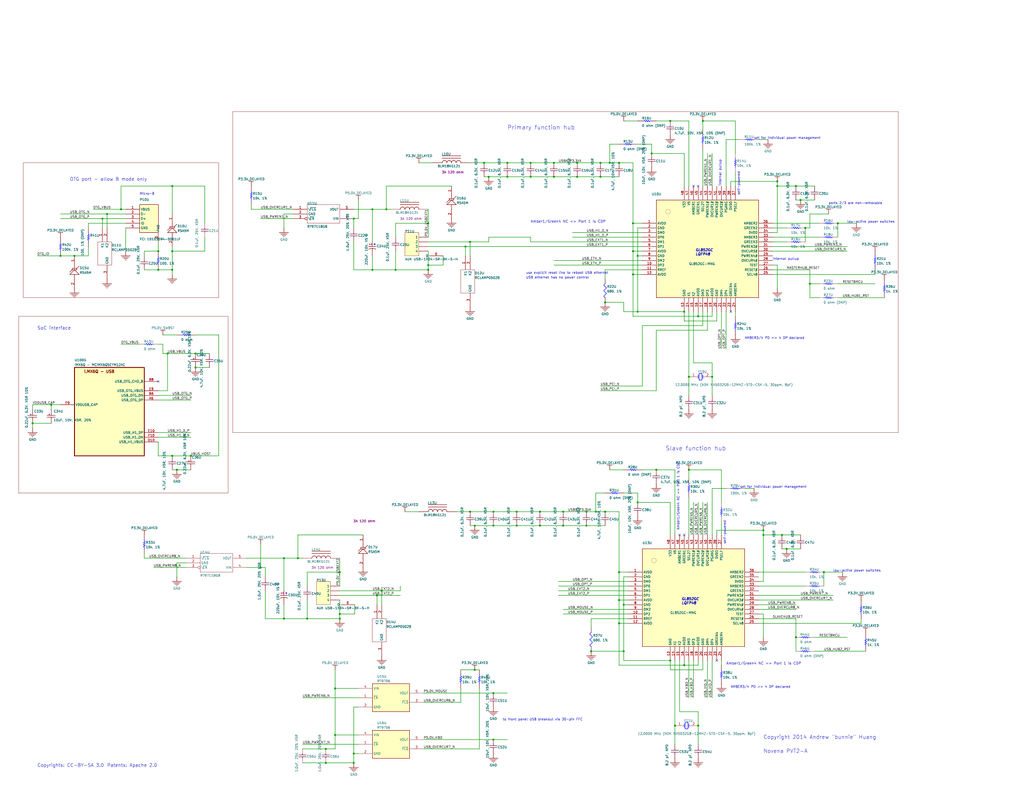
<source format=kicad_sch>
(kicad_sch (version 20230121) (generator eeschema)
  (paper "C")
  (junction (at 281.94 287.02))
  (junction (at 416.56 292.1))
  (junction (at 322.58 355.6))
  (junction (at 96.52 256.54))
  (junction (at 383.54 66.04))
  (junction (at 337.82 327.66))
  (junction (at 269.24 287.02))
  (junction (at 106.68 193.04))
  (junction (at 93.98 147.32))
  (junction (at 281.94 279.4))
  (junction (at 436.88 109.22))
  (junction (at 337.82 340.36))
  (junction (at 193.04 119.38))
  (junction (at 441.96 154.94))
  (junction (at 269.24 403.86))
  (junction (at 330.2 165.1))
  (junction (at 347.98 139.7))
  (junction (at 91.44 193.04))
  (junction (at 337.82 312.42))
  (junction (at 208.28 322.58))
  (junction (at 330.2 279.4))
  (junction (at 294.64 279.4))
  (junction (at 439.42 124.46))
  (junction (at 93.98 101.6))
  (junction (at 233.68 121.92))
  (junction (at 215.9 147.32))
  (junction (at 327.66 96.52))
  (junction (at 314.96 96.52))
  (junction (at 426.72 292.1))
  (junction (at 355.6 83.82))
  (junction (at 375.92 205.74))
  (junction (at 289.56 88.9))
  (junction (at 93.98 248.92))
  (junction (at 17.78 231.14))
  (junction (at 365.76 66.04))
  (junction (at 40.64 139.7))
  (junction (at 388.62 205.74))
  (junction (at 233.68 147.32))
  (junction (at 381 172.72))
  (junction (at 320.04 279.4))
  (junction (at 337.82 88.9))
  (junction (at 259.08 365.76))
  (junction (at 375.92 256.54))
  (junction (at 307.34 279.4))
  (junction (at 93.98 137.16))
  (junction (at 264.16 88.9))
  (junction (at 86.36 137.16))
  (junction (at 154.94 304.8))
  (junction (at 205.74 325.12))
  (junction (at 233.68 144.78))
  (junction (at 58.42 116.84))
  (junction (at 182.88 401.32))
  (junction (at 381 396.24))
  (junction (at 167.64 337.82))
  (junction (at 314.96 88.9))
  (junction (at 276.86 88.9))
  (junction (at 307.34 287.02))
  (junction (at 347.98 274.32))
  (junction (at 365.76 360.68))
  (junction (at 256.54 132.08))
  (junction (at 66.04 114.3))
  (junction (at 434.34 347.98))
  (junction (at 185.42 312.42))
  (junction (at 162.56 304.8))
  (junction (at 182.88 375.92))
  (junction (at 327.66 88.9))
  (junction (at 177.8 408.94))
  (junction (at 332.74 88.9))
  (junction (at 154.94 337.82))
  (junction (at 210.82 114.3))
  (junction (at 345.44 121.92))
  (junction (at 203.2 114.3))
  (junction (at 142.24 309.88))
  (junction (at 104.14 248.92))
  (junction (at 429.26 299.72))
  (junction (at 424.18 99.06))
  (junction (at 185.42 335.28))
  (junction (at 256.54 279.4))
  (junction (at 294.64 287.02))
  (junction (at 33.02 139.7))
  (junction (at 358.14 256.54))
  (junction (at 434.34 101.6))
  (junction (at 269.24 378.46))
  (junction (at 373.38 363.22))
  (junction (at 368.3 396.24))
  (junction (at 276.86 96.52))
  (junction (at 345.44 149.86))
  (junction (at 193.04 416.56))
  (junction (at 345.44 137.16))
  (junction (at 457.2 121.92))
  (junction (at 27.94 220.98))
  (junction (at 340.36 355.6))
  (junction (at 424.18 101.6))
  (junction (at 416.56 289.56))
  (junction (at 266.7 96.52))
  (junction (at 203.2 147.32))
  (junction (at 347.98 170.18))
  (junction (at 86.36 147.32))
  (junction (at 373.38 170.18))
  (junction (at 302.26 96.52))
  (junction (at 177.8 416.56))
  (junction (at 449.58 312.42))
  (junction (at 269.24 279.4))
  (junction (at 320.04 287.02))
  (junction (at 340.36 330.2))
  (junction (at 302.26 88.9))
  (junction (at 106.68 200.66))
  (junction (at 289.56 96.52))
  (junction (at 254 134.62))
  (junction (at 193.04 411.48))
  (junction (at 259.08 287.02))
  (junction (at 55.88 119.38))
  (junction (at 325.12 279.4))
  (junction (at 185.42 337.82))
  (no_connect (at 391.16 360.68))
  (no_connect (at 381 101.6))
  (no_connect (at 373.38 292.1))
  (no_connect (at 370.84 292.1))
  (no_connect (at 86.36 208.28))
  (no_connect (at 378.46 101.6))
  (no_connect (at 398.78 170.18))
  (wire (pts (xy 368.3 360.68) (xy 368.3 396.24)) (stroke (width 0.254)))
  (wire (pts (xy 165.1 416.56) (xy 177.8 416.56)) (stroke (width 0.254)))
  (wire (pts (xy 86.36 137.16) (xy 86.36 132.08)) (stroke (width 0.254)))
  (wire (pts (xy 119.38 182.88) (xy 119.38 248.92)) (stroke (width 0.254)))
  (wire (pts (xy 342.9 327.66) (xy 337.82 327.66)) (stroke (width 0.254)))
  (wire (pts (xy 76.2 187.96) (xy 66.04 187.96)) (stroke (width 0.254)))
  (wire (pts (xy 350.52 177.8) (xy 350.52 210.82)) (stroke (width 0.254)))
  (wire (pts (xy 78.74 137.16) (xy 86.36 137.16)) (stroke (width 0.254)))
  (wire (pts (xy 441.96 147.32) (xy 421.64 147.32)) (stroke (width 0.254)))
  (wire (pts (xy 269.24 378.46) (xy 276.86 378.46)) (stroke (width 0.254)))
  (wire (pts (xy 332.74 78.74) (xy 332.74 88.9)) (stroke (width 0.254)))
  (wire (pts (xy 182.88 401.32) (xy 182.88 408.94)) (stroke (width 0.254)))
  (wire (pts (xy 50.8 114.3) (xy 66.04 114.3)) (stroke (width 0.254)))
  (wire (pts (xy 421.64 127) (xy 424.18 127)) (stroke (width 0.254)))
  (wire (pts (xy 365.76 365.76) (xy 365.76 360.68)) (stroke (width 0.254)))
  (wire (pts (xy 373.38 363.22) (xy 381 363.22)) (stroke (width 0.254)))
  (wire (pts (xy 276.86 88.9) (xy 289.56 88.9)) (stroke (width 0.254)))
  (wire (pts (xy 167.64 337.82) (xy 185.42 337.82)) (stroke (width 0.254)))
  (wire (pts (xy 78.74 302.26) (xy 78.74 304.8)) (stroke (width 0.254)))
  (wire (pts (xy 96.52 307.34) (xy 101.6 307.34)) (stroke (width 0.254)))
  (wire (pts (xy 342.9 335.28) (xy 307.34 335.28)) (stroke (width 0.254)))
  (wire (pts (xy 307.34 287.02) (xy 320.04 287.02)) (stroke (width 0.254)))
  (wire (pts (xy 259.08 365.76) (xy 261.62 365.76)) (stroke (width 0.254)))
  (wire (pts (xy 378.46 198.12) (xy 388.62 198.12)) (stroke (width 0.254)))
  (wire (pts (xy 457.2 162.56) (xy 482.6 162.56)) (stroke (width 0.254)))
  (wire (pts (xy 355.6 83.82) (xy 373.38 83.82)) (stroke (width 0.254)))
  (wire (pts (xy 414.02 312.42) (xy 439.42 312.42)) (stroke (width 0.254)))
  (wire (pts (xy 340.36 170.18) (xy 340.36 165.1)) (stroke (width 0.254)))
  (wire (pts (xy 162.56 304.8) (xy 165.1 304.8)) (stroke (width 0.254)))
  (wire (pts (xy 444.5 347.98) (xy 462.28 347.98)) (stroke (width 0.254)))
  (wire (pts (xy 386.08 292.1) (xy 386.08 274.32)) (stroke (width 0.254)))
  (wire (pts (xy 342.9 332.74) (xy 307.34 332.74)) (stroke (width 0.254)))
  (wire (pts (xy 86.36 248.92) (xy 86.36 241.3)) (stroke (width 0.254)))
  (wire (pts (xy 345.44 172.72) (xy 345.44 149.86)) (stroke (width 0.254)))
  (wire (pts (xy 294.64 287.02) (xy 307.34 287.02)) (stroke (width 0.254)))
  (wire (pts (xy 66.04 114.3) (xy 68.58 114.3)) (stroke (width 0.254)))
  (wire (pts (xy 429.26 299.72) (xy 426.72 299.72)) (stroke (width 0.254)))
  (wire (pts (xy 144.78 337.82) (xy 154.94 337.82)) (stroke (width 0.254)))
  (wire (pts (xy 210.82 114.3) (xy 213.36 114.3)) (stroke (width 0.254)))
  (wire (pts (xy 365.76 66.04) (xy 358.14 66.04)) (stroke (width 0.254)))
  (wire (pts (xy 322.58 355.6) (xy 340.36 355.6)) (stroke (width 0.254)))
  (wire (pts (xy 251.46 383.54) (xy 231.14 383.54)) (stroke (width 0.254)))
  (wire (pts (xy 421.64 144.78) (xy 424.18 144.78)) (stroke (width 0.254)))
  (wire (pts (xy 337.82 327.66) (xy 337.82 312.42)) (stroke (width 0.254)))
  (wire (pts (xy 368.3 292.1) (xy 368.3 256.54)) (stroke (width 0.254)))
  (wire (pts (xy 93.98 116.84) (xy 93.98 101.6)) (stroke (width 0.254)))
  (wire (pts (xy 182.88 408.94) (xy 177.8 408.94)) (stroke (width 0.254)))
  (wire (pts (xy 383.54 66.04) (xy 383.54 71.12)) (stroke (width 0.254)))
  (wire (pts (xy 347.98 78.74) (xy 355.6 78.74)) (stroke (width 0.254)))
  (wire (pts (xy 347.98 274.32) (xy 365.76 274.32)) (stroke (width 0.254)))
  (wire (pts (xy 193.04 114.3) (xy 203.2 114.3)) (stroke (width 0.254)))
  (wire (pts (xy 375.92 66.04) (xy 365.76 66.04)) (stroke (width 0.254)))
  (wire (pts (xy 294.64 279.4) (xy 281.94 279.4)) (stroke (width 0.254)))
  (wire (pts (xy 424.18 144.78) (xy 424.18 157.48)) (stroke (width 0.254)))
  (wire (pts (xy 27.94 220.98) (xy 17.78 220.98)) (stroke (width 0.254)))
  (wire (pts (xy 264.16 96.52) (xy 266.7 96.52)) (stroke (width 0.254)))
  (wire (pts (xy 358.14 213.36) (xy 327.66 213.36)) (stroke (width 0.254)))
  (wire (pts (xy 350.52 121.92) (xy 345.44 121.92)) (stroke (width 0.254)))
  (wire (pts (xy 17.78 231.14) (xy 27.94 231.14)) (stroke (width 0.254)))
  (wire (pts (xy 350.52 149.86) (xy 345.44 149.86)) (stroke (width 0.254)))
  (wire (pts (xy 266.7 129.54) (xy 289.56 129.54)) (stroke (width 0.254)))
  (wire (pts (xy 434.34 347.98) (xy 434.34 337.82)) (stroke (width 0.254)))
  (wire (pts (xy 386.08 180.34) (xy 358.14 180.34)) (stroke (width 0.254)))
  (wire (pts (xy 340.36 360.68) (xy 340.36 355.6)) (stroke (width 0.254)))
  (wire (pts (xy 436.88 109.22) (xy 434.34 109.22)) (stroke (width 0.254)))
  (wire (pts (xy 48.26 124.46) (xy 48.26 121.92)) (stroke (width 0.254)))
  (wire (pts (xy 68.58 116.84) (xy 58.42 116.84)) (stroke (width 0.254)))
  (wire (pts (xy 276.86 96.52) (xy 289.56 96.52)) (stroke (width 0.254)))
  (wire (pts (xy 340.36 256.54) (xy 332.74 256.54)) (stroke (width 0.254)))
  (wire (pts (xy 375.92 205.74) (xy 375.92 215.9)) (stroke (width 0.254)))
  (wire (pts (xy 327.66 88.9) (xy 332.74 88.9)) (stroke (width 0.254)))
  (wire (pts (xy 373.38 363.22) (xy 337.82 363.22)) (stroke (width 0.254)))
  (wire (pts (xy 347.98 139.7) (xy 347.98 124.46)) (stroke (width 0.254)))
  (wire (pts (xy 381 172.72) (xy 388.62 172.72)) (stroke (width 0.254)))
  (wire (pts (xy 381 363.22) (xy 381 360.68)) (stroke (width 0.254)))
  (wire (pts (xy 388.62 360.68) (xy 388.62 381)) (stroke (width 0.254)))
  (wire (pts (xy 322.58 337.82) (xy 322.58 342.9)) (stroke (width 0.254)))
  (wire (pts (xy 373.38 175.26) (xy 373.38 170.18)) (stroke (width 0.254)))
  (wire (pts (xy 182.88 375.92) (xy 195.58 375.92)) (stroke (width 0.254)))
  (wire (pts (xy 182.88 365.76) (xy 182.88 375.92)) (stroke (width 0.254)))
  (wire (pts (xy 256.54 132.08) (xy 266.7 132.08)) (stroke (width 0.254)))
  (wire (pts (xy 167.64 312.42) (xy 185.42 312.42)) (stroke (width 0.254)))
  (wire (pts (xy 185.42 335.28) (xy 185.42 327.66)) (stroke (width 0.254)))
  (wire (pts (xy 373.38 170.18) (xy 347.98 170.18)) (stroke (width 0.254)))
  (wire (pts (xy 266.7 96.52) (xy 276.86 96.52)) (stroke (width 0.254)))
  (wire (pts (xy 350.52 142.24) (xy 302.26 142.24)) (stroke (width 0.254)))
  (wire (pts (xy 111.76 121.92) (xy 111.76 101.6)) (stroke (width 0.254)))
  (wire (pts (xy 231.14 378.46) (xy 269.24 378.46)) (stroke (width 0.254)))
  (wire (pts (xy 195.58 406.4) (xy 165.1 406.4)) (stroke (width 0.254)))
  (wire (pts (xy 441.96 162.56) (xy 447.04 162.56)) (stroke (width 0.254)))
  (wire (pts (xy 414.02 317.5) (xy 416.56 317.5)) (stroke (width 0.254)))
  (wire (pts (xy 393.7 170.18) (xy 393.7 190.5)) (stroke (width 0.254)))
  (wire (pts (xy 375.92 360.68) (xy 375.92 381)) (stroke (width 0.254)))
  (wire (pts (xy 314.96 96.52) (xy 327.66 96.52)) (stroke (width 0.254)))
  (wire (pts (xy 119.38 248.92) (xy 104.14 248.92)) (stroke (width 0.254)))
  (wire (pts (xy 421.64 134.62) (xy 462.28 134.62)) (stroke (width 0.254)))
  (wire (pts (xy 203.2 132.08) (xy 203.2 114.3)) (stroke (width 0.254)))
  (wire (pts (xy 220.98 279.4) (xy 228.6 279.4)) (stroke (width 0.254)))
  (wire (pts (xy 312.42 129.54) (xy 350.52 129.54)) (stroke (width 0.254)))
  (wire (pts (xy 434.34 337.82) (xy 414.02 337.82)) (stroke (width 0.254)))
  (wire (pts (xy 439.42 132.08) (xy 439.42 124.46)) (stroke (width 0.254)))
  (wire (pts (xy 414.02 330.2) (xy 434.34 330.2)) (stroke (width 0.254)))
  (wire (pts (xy 469.9 340.36) (xy 469.9 337.82)) (stroke (width 0.254)))
  (wire (pts (xy 457.2 154.94) (xy 477.52 154.94)) (stroke (width 0.254)))
  (wire (pts (xy 388.62 172.72) (xy 388.62 170.18)) (stroke (width 0.254)))
  (wire (pts (xy 20.32 139.7) (xy 33.02 139.7)) (stroke (width 0.254)))
  (wire (pts (xy 383.54 177.8) (xy 350.52 177.8)) (stroke (width 0.254)))
  (wire (pts (xy 177.8 416.56) (xy 193.04 416.56)) (stroke (width 0.254)))
  (wire (pts (xy 281.94 287.02) (xy 294.64 287.02)) (stroke (width 0.254)))
  (wire (pts (xy 314.96 88.9) (xy 327.66 88.9)) (stroke (width 0.254)))
  (wire (pts (xy 421.64 121.92) (xy 447.04 121.92)) (stroke (width 0.254)))
  (wire (pts (xy 391.16 175.26) (xy 373.38 175.26)) (stroke (width 0.254)))
  (wire (pts (xy 439.42 320.04) (xy 414.02 320.04)) (stroke (width 0.254)))
  (wire (pts (xy 342.9 322.58) (xy 304.8 322.58)) (stroke (width 0.254)))
  (wire (pts (xy 215.9 121.92) (xy 233.68 121.92)) (stroke (width 0.254)))
  (wire (pts (xy 233.68 121.92) (xy 233.68 129.54)) (stroke (width 0.254)))
  (wire (pts (xy 106.68 182.88) (xy 119.38 182.88)) (stroke (width 0.254)))
  (wire (pts (xy 441.96 124.46) (xy 439.42 124.46)) (stroke (width 0.254)))
  (wire (pts (xy 477.52 149.86) (xy 477.52 147.32)) (stroke (width 0.254)))
  (wire (pts (xy 193.04 132.08) (xy 193.04 147.32)) (stroke (width 0.254)))
  (wire (pts (xy 320.04 287.02) (xy 330.2 287.02)) (stroke (width 0.254)))
  (wire (pts (xy 93.98 101.6) (xy 66.04 101.6)) (stroke (width 0.254)))
  (wire (pts (xy 350.52 139.7) (xy 347.98 139.7)) (stroke (width 0.254)))
  (wire (pts (xy 441.96 154.94) (xy 441.96 147.32)) (stroke (width 0.254)))
  (wire (pts (xy 347.98 269.24) (xy 347.98 274.32)) (stroke (width 0.254)))
  (wire (pts (xy 414.02 76.2) (xy 419.1 76.2)) (stroke (width 0.254)))
  (wire (pts (xy 358.14 256.54) (xy 350.52 256.54)) (stroke (width 0.254)))
  (wire (pts (xy 269.24 403.86) (xy 276.86 403.86)) (stroke (width 0.254)))
  (wire (pts (xy 330.2 147.32) (xy 330.2 152.4)) (stroke (width 0.254)))
  (wire (pts (xy 205.74 325.12) (xy 218.44 325.12)) (stroke (width 0.254)))
  (wire (pts (xy 396.24 170.18) (xy 396.24 190.5)) (stroke (width 0.254)))
  (wire (pts (xy 347.98 124.46) (xy 350.52 124.46)) (stroke (width 0.254)))
  (wire (pts (xy 241.808 144.78) (xy 233.68 144.78)) (stroke (width 0.254)))
  (wire (pts (xy 383.54 170.18) (xy 383.54 177.8)) (stroke (width 0.254)))
  (wire (pts (xy 48.26 139.7) (xy 48.26 134.62)) (stroke (width 0.254)))
  (wire (pts (xy 414.02 332.74) (xy 434.34 332.74)) (stroke (width 0.254)))
  (wire (pts (xy 302.26 96.52) (xy 314.96 96.52)) (stroke (width 0.254)))
  (wire (pts (xy 193.04 147.32) (xy 203.2 147.32)) (stroke (width 0.254)))
  (wire (pts (xy 347.98 170.18) (xy 347.98 139.7)) (stroke (width 0.254)))
  (wire (pts (xy 375.92 170.18) (xy 375.92 205.74)) (stroke (width 0.254)))
  (wire (pts (xy 193.548 330.2) (xy 193.548 335.28)) (stroke (width 0.254)))
  (wire (pts (xy 398.78 99.06) (xy 398.78 101.6)) (stroke (width 0.254)))
  (wire (pts (xy 91.44 213.36) (xy 91.44 193.04)) (stroke (width 0.254)))
  (wire (pts (xy 381 170.18) (xy 381 172.72)) (stroke (width 0.254)))
  (wire (pts (xy 55.88 124.46) (xy 55.88 119.38)) (stroke (width 0.254)))
  (wire (pts (xy 233.68 147.32) (xy 233.68 144.78)) (stroke (width 0.254)))
  (wire (pts (xy 86.36 236.22) (xy 104.14 236.22)) (stroke (width 0.254)))
  (wire (pts (xy 185.42 304.8) (xy 185.42 312.42)) (stroke (width 0.254)))
  (wire (pts (xy 383.54 292.1) (xy 383.54 274.32)) (stroke (width 0.254)))
  (wire (pts (xy 350.52 134.62) (xy 254 134.62)) (stroke (width 0.254)))
  (wire (pts (xy 337.82 78.74) (xy 332.74 78.74)) (stroke (width 0.254)))
  (wire (pts (xy 86.36 218.44) (xy 104.14 218.44)) (stroke (width 0.254)))
  (wire (pts (xy 393.7 256.54) (xy 375.92 256.54)) (stroke (width 0.254)))
  (wire (pts (xy 142.24 309.88) (xy 142.24 297.18)) (stroke (width 0.254)))
  (wire (pts (xy 429.26 132.08) (xy 421.64 132.08)) (stroke (width 0.254)))
  (wire (pts (xy 27.94 223.52) (xy 27.94 220.98)) (stroke (width 0.254)))
  (wire (pts (xy 325.12 269.24) (xy 325.12 279.4)) (stroke (width 0.254)))
  (wire (pts (xy 340.36 355.6) (xy 340.36 330.2)) (stroke (width 0.254)))
  (wire (pts (xy 472.44 355.6) (xy 444.5 355.6)) (stroke (width 0.254)))
  (wire (pts (xy 66.04 101.6) (xy 66.04 114.3)) (stroke (width 0.254)))
  (wire (pts (xy 414.02 335.28) (xy 416.56 335.28)) (stroke (width 0.254)))
  (wire (pts (xy 347.98 170.18) (xy 340.36 170.18)) (stroke (width 0.254)))
  (wire (pts (xy 93.98 256.54) (xy 96.52 256.54)) (stroke (width 0.254)))
  (wire (pts (xy 48.26 121.92) (xy 68.58 121.92)) (stroke (width 0.254)))
  (wire (pts (xy 251.46 375.92) (xy 251.46 383.54)) (stroke (width 0.254)))
  (wire (pts (xy 93.98 137.16) (xy 111.76 137.16)) (stroke (width 0.254)))
  (wire (pts (xy 327.66 96.52) (xy 337.82 96.52)) (stroke (width 0.254)))
  (wire (pts (xy 203.2 114.3) (xy 210.82 114.3)) (stroke (width 0.254)))
  (wire (pts (xy 457.2 121.92) (xy 467.36 121.92)) (stroke (width 0.254)))
  (wire (pts (xy 134.62 309.88) (xy 142.24 309.88)) (stroke (width 0.254)))
  (wire (pts (xy 193.04 411.48) (xy 195.58 411.48)) (stroke (width 0.254)))
  (wire (pts (xy 193.04 416.56) (xy 193.04 411.48)) (stroke (width 0.254)))
  (wire (pts (xy 233.68 132.08) (xy 256.54 132.08)) (stroke (width 0.254)))
  (wire (pts (xy 378.46 170.18) (xy 378.46 198.12)) (stroke (width 0.254)))
  (wire (pts (xy 210.82 101.6) (xy 246.38 101.6)) (stroke (width 0.254)))
  (wire (pts (xy 416.56 289.56) (xy 391.16 289.56)) (stroke (width 0.254)))
  (wire (pts (xy 185.42 325.12) (xy 205.74 325.12)) (stroke (width 0.254)))
  (wire (pts (xy 396.24 76.2) (xy 403.86 76.2)) (stroke (width 0.254)))
  (wire (pts (xy 78.74 147.32) (xy 86.36 147.32)) (stroke (width 0.254)))
  (wire (pts (xy 264.16 88.9) (xy 276.86 88.9)) (stroke (width 0.254)))
  (wire (pts (xy 304.8 317.5) (xy 342.9 317.5)) (stroke (width 0.254)))
  (wire (pts (xy 337.82 312.42) (xy 337.82 279.4)) (stroke (width 0.254)))
  (wire (pts (xy 365.76 360.68) (xy 340.36 360.68)) (stroke (width 0.254)))
  (wire (pts (xy 208.28 322.58) (xy 185.42 322.58)) (stroke (width 0.254)))
  (wire (pts (xy 182.88 375.92) (xy 182.88 401.32)) (stroke (width 0.254)))
  (wire (pts (xy 177.8 408.94) (xy 165.1 408.94)) (stroke (width 0.254)))
  (wire (pts (xy 416.56 317.5) (xy 416.56 292.1)) (stroke (width 0.254)))
  (wire (pts (xy 144.78 314.96) (xy 144.78 309.88)) (stroke (width 0.254)))
  (wire (pts (xy 198.12 292.1) (xy 162.56 292.1)) (stroke (width 0.254)))
  (wire (pts (xy 345.44 137.16) (xy 345.44 121.92)) (stroke (width 0.254)))
  (wire (pts (xy 261.62 375.92) (xy 261.62 408.94)) (stroke (width 0.254)))
  (wire (pts (xy 231.14 403.86) (xy 269.24 403.86)) (stroke (width 0.254)))
  (wire (pts (xy 421.64 137.16) (xy 462.28 137.16)) (stroke (width 0.254)))
  (wire (pts (xy 254 134.62) (xy 233.68 134.62)) (stroke (width 0.254)))
  (wire (pts (xy 205.74 330.2) (xy 205.74 325.12)) (stroke (width 0.254)))
  (wire (pts (xy 368.3 256.54) (xy 358.14 256.54)) (stroke (width 0.254)))
  (wire (pts (xy 332.74 88.9) (xy 337.82 88.9)) (stroke (width 0.254)))
  (wire (pts (xy 373.38 83.82) (xy 373.38 101.6)) (stroke (width 0.254)))
  (wire (pts (xy 340.36 314.96) (xy 342.9 314.96)) (stroke (width 0.254)))
  (wire (pts (xy 55.88 119.38) (xy 68.58 119.38)) (stroke (width 0.254)))
  (wire (pts (xy 414.02 325.12) (xy 454.66 325.12)) (stroke (width 0.254)))
  (wire (pts (xy 40.64 139.7) (xy 48.26 139.7)) (stroke (width 0.254)))
  (wire (pts (xy 261.62 408.94) (xy 231.14 408.94)) (stroke (width 0.254)))
  (wire (pts (xy 416.56 292.1) (xy 426.72 292.1)) (stroke (width 0.254)))
  (wire (pts (xy 86.36 187.96) (xy 88.9 187.96)) (stroke (width 0.254)))
  (wire (pts (xy 345.44 88.9) (xy 345.44 121.92)) (stroke (width 0.254)))
  (wire (pts (xy 368.3 396.24) (xy 368.3 406.4)) (stroke (width 0.254)))
  (wire (pts (xy 375.92 101.6) (xy 375.92 66.04)) (stroke (width 0.254)))
  (wire (pts (xy 193.04 386.08) (xy 193.04 411.48)) (stroke (width 0.254)))
  (wire (pts (xy 436.88 299.72) (xy 429.26 299.72)) (stroke (width 0.254)))
  (wire (pts (xy 383.54 360.68) (xy 383.54 365.76)) (stroke (width 0.254)))
  (wire (pts (xy 96.52 314.96) (xy 96.52 307.34)) (stroke (width 0.254)))
  (wire (pts (xy 345.44 149.86) (xy 345.44 137.16)) (stroke (width 0.254)))
  (wire (pts (xy 401.32 101.6) (xy 401.32 93.98)) (stroke (width 0.254)))
  (wire (pts (xy 441.96 154.94) (xy 441.96 162.56)) (stroke (width 0.254)))
  (wire (pts (xy 106.68 193.04) (xy 114.3 193.04)) (stroke (width 0.254)))
  (wire (pts (xy 195.58 381) (xy 165.1 381)) (stroke (width 0.254)))
  (wire (pts (xy 444.5 109.22) (xy 436.88 109.22)) (stroke (width 0.254)))
  (wire (pts (xy 350.52 137.16) (xy 345.44 137.16)) (stroke (width 0.254)))
  (wire (pts (xy 193.04 119.38) (xy 193.04 124.46)) (stroke (width 0.254)))
  (wire (pts (xy 393.7 363.22) (xy 393.7 360.68)) (stroke (width 0.254)))
  (wire (pts (xy 58.42 124.46) (xy 58.42 116.84)) (stroke (width 0.254)))
  (wire (pts (xy 93.98 147.32) (xy 93.98 149.86)) (stroke (width 0.254)))
  (wire (pts (xy 218.44 320.04) (xy 218.44 322.58)) (stroke (width 0.254)))
  (wire (pts (xy 424.18 127) (xy 424.18 101.6)) (stroke (width 0.254)))
  (wire (pts (xy 416.56 292.1) (xy 416.56 289.56)) (stroke (width 0.254)))
  (wire (pts (xy 358.14 180.34) (xy 358.14 213.36)) (stroke (width 0.254)))
  (wire (pts (xy 289.56 129.54) (xy 289.56 132.08)) (stroke (width 0.254)))
  (wire (pts (xy 370.84 360.68) (xy 370.84 388.62)) (stroke (width 0.254)))
  (wire (pts (xy 320.04 279.4) (xy 307.34 279.4)) (stroke (width 0.254)))
  (wire (pts (xy 386.08 101.6) (xy 386.08 83.82)) (stroke (width 0.254)))
  (wire (pts (xy 93.98 137.16) (xy 93.98 147.32)) (stroke (width 0.254)))
  (wire (pts (xy 33.02 139.7) (xy 40.64 139.7)) (stroke (width 0.254)))
  (wire (pts (xy 256.54 139.7) (xy 256.54 132.08)) (stroke (width 0.254)))
  (wire (pts (xy 378.46 360.68) (xy 378.46 381)) (stroke (width 0.254)))
  (wire (pts (xy 340.36 330.2) (xy 340.36 314.96)) (stroke (width 0.254)))
  (wire (pts (xy 195.58 386.08) (xy 193.04 386.08)) (stroke (width 0.254)))
  (wire (pts (xy 426.72 292.1) (xy 436.88 292.1)) (stroke (width 0.254)))
  (wire (pts (xy 195.58 109.22) (xy 195.58 119.38)) (stroke (width 0.254)))
  (wire (pts (xy 289.56 96.52) (xy 302.26 96.52)) (stroke (width 0.254)))
  (wire (pts (xy 302.26 88.9) (xy 314.96 88.9)) (stroke (width 0.254)))
  (wire (pts (xy 78.74 139.7) (xy 78.74 137.16)) (stroke (width 0.254)))
  (wire (pts (xy 266.7 132.08) (xy 266.7 129.54)) (stroke (width 0.254)))
  (wire (pts (xy 154.94 322.58) (xy 154.94 304.8)) (stroke (width 0.254)))
  (wire (pts (xy 195.58 119.38) (xy 193.04 119.38)) (stroke (width 0.254)))
  (wire (pts (xy 381 292.1) (xy 381 274.32)) (stroke (width 0.254)))
  (wire (pts (xy 58.42 116.84) (xy 33.02 116.84)) (stroke (width 0.254)))
  (wire (pts (xy 33.02 119.38) (xy 55.88 119.38)) (stroke (width 0.254)))
  (wire (pts (xy 393.7 292.1) (xy 393.7 284.48)) (stroke (width 0.254)))
  (wire (pts (xy 86.36 213.36) (xy 91.44 213.36)) (stroke (width 0.254)))
  (wire (pts (xy 86.36 215.9) (xy 104.14 215.9)) (stroke (width 0.254)))
  (wire (pts (xy 386.08 360.68) (xy 386.08 381)) (stroke (width 0.254)))
  (wire (pts (xy 375.92 256.54) (xy 375.92 261.62)) (stroke (width 0.254)))
  (wire (pts (xy 96.52 256.54) (xy 104.14 256.54)) (stroke (width 0.254)))
  (wire (pts (xy 381 172.72) (xy 345.44 172.72)) (stroke (width 0.254)))
  (wire (pts (xy 185.42 312.42) (xy 185.42 320.04)) (stroke (width 0.254)))
  (wire (pts (xy 388.62 266.7) (xy 396.24 266.7)) (stroke (width 0.254)))
  (wire (pts (xy 241.808 139.7) (xy 241.808 144.78)) (stroke (width 0.254)))
  (wire (pts (xy 452.12 116.84) (xy 441.96 116.84)) (stroke (width 0.254)))
  (wire (pts (xy 218.44 322.58) (xy 208.28 322.58)) (stroke (width 0.254)))
  (wire (pts (xy 447.04 129.54) (xy 421.64 129.54)) (stroke (width 0.254)))
  (wire (pts (xy 78.74 304.8) (xy 101.6 304.8)) (stroke (width 0.254)))
  (wire (pts (xy 228.6 88.9) (xy 236.22 88.9)) (stroke (width 0.254)))
  (wire (pts (xy 350.52 210.82) (xy 327.66 210.82)) (stroke (width 0.254)))
  (wire (pts (xy 104.14 248.92) (xy 93.98 248.92)) (stroke (width 0.254)))
  (wire (pts (xy 144.78 322.58) (xy 144.78 337.82)) (stroke (width 0.254)))
  (wire (pts (xy 215.9 147.32) (xy 233.68 147.32)) (stroke (width 0.254)))
  (wire (pts (xy 33.02 220.98) (xy 27.94 220.98)) (stroke (width 0.254)))
  (wire (pts (xy 215.9 137.16) (xy 215.9 147.32)) (stroke (width 0.254)))
  (wire (pts (xy 233.68 144.78) (xy 233.68 137.16)) (stroke (width 0.254)))
  (wire (pts (xy 381 396.24) (xy 381 406.4)) (stroke (width 0.254)))
  (wire (pts (xy 325.12 279.4) (xy 320.04 279.4)) (stroke (width 0.254)))
  (wire (pts (xy 269.24 287.02) (xy 281.94 287.02)) (stroke (width 0.254)))
  (wire (pts (xy 337.82 340.36) (xy 342.9 340.36)) (stroke (width 0.254)))
  (wire (pts (xy 137.16 111.76) (xy 137.16 114.3)) (stroke (width 0.254)))
  (wire (pts (xy 337.82 88.9) (xy 345.44 88.9)) (stroke (width 0.254)))
  (wire (pts (xy 342.9 337.82) (xy 322.58 337.82)) (stroke (width 0.254)))
  (wire (pts (xy 340.36 269.24) (xy 347.98 269.24)) (stroke (width 0.254)))
  (wire (pts (xy 370.84 388.62) (xy 381 388.62)) (stroke (width 0.254)))
  (wire (pts (xy 167.64 320.04) (xy 167.64 312.42)) (stroke (width 0.254)))
  (wire (pts (xy 342.9 312.42) (xy 337.82 312.42)) (stroke (width 0.254)))
  (wire (pts (xy 388.62 292.1) (xy 388.62 266.7)) (stroke (width 0.254)))
  (wire (pts (xy 350.52 147.32) (xy 330.2 147.32)) (stroke (width 0.254)))
  (wire (pts (xy 289.56 132.08) (xy 350.52 132.08)) (stroke (width 0.254)))
  (wire (pts (xy 421.64 124.46) (xy 429.26 124.46)) (stroke (width 0.254)))
  (wire (pts (xy 185.42 337.82) (xy 185.42 335.28)) (stroke (width 0.254)))
  (wire (pts (xy 441.96 116.84) (xy 441.96 124.46)) (stroke (width 0.254)))
  (wire (pts (xy 203.2 139.7) (xy 203.2 147.32)) (stroke (width 0.254)))
  (wire (pts (xy 365.76 274.32) (xy 365.76 292.1)) (stroke (width 0.254)))
  (wire (pts (xy 304.8 320.04) (xy 342.9 320.04)) (stroke (width 0.254)))
  (wire (pts (xy 101.6 309.88) (xy 83.82 309.88)) (stroke (width 0.254)))
  (wire (pts (xy 88.9 193.04) (xy 91.44 193.04)) (stroke (width 0.254)))
  (wire (pts (xy 93.98 134.62) (xy 93.98 137.16)) (stroke (width 0.254)))
  (wire (pts (xy 401.32 83.82) (xy 401.32 66.04)) (stroke (width 0.254)))
  (wire (pts (xy 424.18 99.06) (xy 398.78 99.06)) (stroke (width 0.254)))
  (wire (pts (xy 17.78 233.68) (xy 17.78 231.14)) (stroke (width 0.254)))
  (wire (pts (xy 307.34 279.4) (xy 294.64 279.4)) (stroke (width 0.254)))
  (wire (pts (xy 406.4 266.7) (xy 411.48 266.7)) (stroke (width 0.254)))
  (wire (pts (xy 154.94 330.2) (xy 154.94 337.82)) (stroke (width 0.254)))
  (wire (pts (xy 449.58 320.04) (xy 449.58 312.42)) (stroke (width 0.254)))
  (wire (pts (xy 256.54 279.4) (xy 248.92 279.4)) (stroke (width 0.254)))
  (wire (pts (xy 251.46 365.76) (xy 259.08 365.76)) (stroke (width 0.254)))
  (wire (pts (xy 424.18 101.6) (xy 434.34 101.6)) (stroke (width 0.254)))
  (wire (pts (xy 233.68 114.3) (xy 233.68 121.92)) (stroke (width 0.254)))
  (wire (pts (xy 154.94 116.84) (xy 160.02 116.84)) (stroke (width 0.254)))
  (wire (pts (xy 386.08 170.18) (xy 386.08 180.34)) (stroke (width 0.254)))
  (wire (pts (xy 154.94 304.8) (xy 162.56 304.8)) (stroke (width 0.254)))
  (wire (pts (xy 337.82 340.36) (xy 337.82 327.66)) (stroke (width 0.254)))
  (wire (pts (xy 193.548 335.28) (xy 185.42 335.28)) (stroke (width 0.254)))
  (wire (pts (xy 111.76 137.16) (xy 111.76 129.54)) (stroke (width 0.254)))
  (wire (pts (xy 154.94 337.82) (xy 167.64 337.82)) (stroke (width 0.254)))
  (wire (pts (xy 347.98 66.04) (xy 340.36 66.04)) (stroke (width 0.254)))
  (wire (pts (xy 91.44 193.04) (xy 106.68 193.04)) (stroke (width 0.254)))
  (wire (pts (xy 203.2 147.32) (xy 215.9 147.32)) (stroke (width 0.254)))
  (wire (pts (xy 378.46 292.1) (xy 378.46 274.32)) (stroke (width 0.254)))
  (wire (pts (xy 447.04 154.94) (xy 441.96 154.94)) (stroke (width 0.254)))
  (wire (pts (xy 111.76 101.6) (xy 93.98 101.6)) (stroke (width 0.254)))
  (wire (pts (xy 256.54 287.02) (xy 259.08 287.02)) (stroke (width 0.254)))
  (wire (pts (xy 383.54 101.6) (xy 383.54 81.28)) (stroke (width 0.254)))
  (wire (pts (xy 449.58 312.42) (xy 459.74 312.42)) (stroke (width 0.254)))
  (wire (pts (xy 289.56 88.9) (xy 302.26 88.9)) (stroke (width 0.254)))
  (wire (pts (xy 304.8 325.12) (xy 342.9 325.12)) (stroke (width 0.254)))
  (wire (pts (xy 434.34 355.6) (xy 434.34 347.98)) (stroke (width 0.254)))
  (wire (pts (xy 330.2 269.24) (xy 325.12 269.24)) (stroke (width 0.254)))
  (wire (pts (xy 393.7 274.32) (xy 393.7 256.54)) (stroke (width 0.254)))
  (wire (pts (xy 340.36 165.1) (xy 330.2 165.1)) (stroke (width 0.254)))
  (wire (pts (xy 17.78 220.98) (xy 17.78 223.52)) (stroke (width 0.254)))
  (wire (pts (xy 88.9 187.96) (xy 88.9 193.04)) (stroke (width 0.254)))
  (wire (pts (xy 137.16 114.3) (xy 160.02 114.3)) (stroke (width 0.254)))
  (wire (pts (xy 154.94 124.46) (xy 154.94 116.84)) (stroke (width 0.254)))
  (wire (pts (xy 355.6 78.74) (xy 355.6 83.82)) (stroke (width 0.254)))
  (wire (pts (xy 259.08 287.02) (xy 269.24 287.02)) (stroke (width 0.254)))
  (wire (pts (xy 210.82 114.3) (xy 210.82 101.6)) (stroke (width 0.254)))
  (wire (pts (xy 424.18 101.6) (xy 424.18 99.06)) (stroke (width 0.254)))
  (wire (pts (xy 383.54 365.76) (xy 365.76 365.76)) (stroke (width 0.254)))
  (wire (pts (xy 330.2 279.4) (xy 325.12 279.4)) (stroke (width 0.254)))
  (wire (pts (xy 93.98 248.92) (xy 86.36 248.92)) (stroke (width 0.254)))
  (wire (pts (xy 391.16 289.56) (xy 391.16 292.1)) (stroke (width 0.254)))
  (wire (pts (xy 416.56 335.28) (xy 416.56 347.98)) (stroke (width 0.254)))
  (wire (pts (xy 373.38 360.68) (xy 373.38 363.22)) (stroke (width 0.254)))
  (wire (pts (xy 388.62 198.12) (xy 388.62 205.74)) (stroke (width 0.254)))
  (wire (pts (xy 254 139.7) (xy 254 134.62)) (stroke (width 0.254)))
  (wire (pts (xy 256.54 88.9) (xy 264.16 88.9)) (stroke (width 0.254)))
  (wire (pts (xy 208.28 330.2) (xy 208.28 322.58)) (stroke (width 0.254)))
  (wire (pts (xy 337.82 363.22) (xy 337.82 340.36)) (stroke (width 0.254)))
  (wire (pts (xy 457.2 129.54) (xy 457.2 121.92)) (stroke (width 0.254)))
  (wire (pts (xy 421.64 149.86) (xy 477.52 149.86)) (stroke (width 0.254)))
  (wire (pts (xy 96.52 182.88) (xy 88.9 182.88)) (stroke (width 0.254)))
  (wire (pts (xy 401.32 172.72) (xy 401.32 170.18)) (stroke (width 0.254)))
  (wire (pts (xy 312.42 127) (xy 350.52 127)) (stroke (width 0.254)))
  (wire (pts (xy 167.64 327.66) (xy 167.64 337.82)) (stroke (width 0.254)))
  (wire (pts (xy 269.24 279.4) (xy 256.54 279.4)) (stroke (width 0.254)))
  (wire (pts (xy 337.82 279.4) (xy 330.2 279.4)) (stroke (width 0.254)))
  (wire (pts (xy 281.94 279.4) (xy 269.24 279.4)) (stroke (width 0.254)))
  (wire (pts (xy 414.02 327.66) (xy 454.66 327.66)) (stroke (width 0.254)))
  (wire (pts (xy 86.36 147.32) (xy 93.98 147.32)) (stroke (width 0.254)))
  (wire (pts (xy 350.52 144.78) (xy 302.26 144.78)) (stroke (width 0.254)))
  (wire (pts (xy 388.62 101.6) (xy 388.62 83.82)) (stroke (width 0.254)))
  (wire (pts (xy 86.36 238.76) (xy 104.14 238.76)) (stroke (width 0.254)))
  (wire (pts (xy 162.56 292.1) (xy 162.56 304.8)) (stroke (width 0.254)))
  (wire (pts (xy 134.62 304.8) (xy 154.94 304.8)) (stroke (width 0.254)))
  (wire (pts (xy 434.34 101.6) (xy 444.5 101.6)) (stroke (width 0.254)))
  (wire (pts (xy 182.88 401.32) (xy 195.58 401.32)) (stroke (width 0.254)))
  (wire (pts (xy 381 388.62) (xy 381 396.24)) (stroke (width 0.254)))
  (wire (pts (xy 401.32 66.04) (xy 383.54 66.04)) (stroke (width 0.254)))
  (wire (pts (xy 396.24 101.6) (xy 396.24 76.2)) (stroke (width 0.254)))
  (wire (pts (xy 414.02 340.36) (xy 469.9 340.36)) (stroke (width 0.254)))
  (wire (pts (xy 68.58 124.46) (xy 68.58 137.16)) (stroke (width 0.254)))
  (wire (pts (xy 106.68 200.66) (xy 114.3 200.66)) (stroke (width 0.254)))
  (wire (pts (xy 160.02 119.38) (xy 142.24 119.38)) (stroke (width 0.254)))
  (wire (pts (xy 391.16 170.18) (xy 391.16 175.26)) (stroke (width 0.254)))
  (wire (pts (xy 342.9 330.2) (xy 340.36 330.2)) (stroke (width 0.254)))
  (wire (pts (xy 215.9 129.54) (xy 215.9 121.92)) (stroke (width 0.254)))
  (wire (pts (xy 144.78 309.88) (xy 142.24 309.88)) (stroke (width 0.254)))
  (wire (pts (xy 388.62 205.74) (xy 388.62 215.9)) (stroke (width 0.254)))
  (wire (pts (xy 375.92 292.1) (xy 375.92 271.78)) (stroke (width 0.254)))
  (rectangle (start 119.38 88.9) (end 12.7 162.56) (stroke (width 0) (color 128 0 0 1)))
  (rectangle (start 490.22 60.96) (end 127 236.22) (stroke (width 0) (color 128 0 0 1)))
  (rectangle (start 124.46 172.72) (end 10.16 269.24) (stroke (width 0) (color 128 0 0 1)))
  (text_box "GL852GC\nLQFP48" (at 387.858 325.12 0) (size -17.018 9.144) (stroke (width -0.0001) (color 128 0 0 1)) (fill (type color) (color 255 255 176 1)) (effects (font (size 1.397 1.397) bold italic) (justify left top)))
  (text_box "GL852GC\nLQFP48" (at 395.478 134.62 0) (size -17.018 9.144) (stroke (width -0.0001) (color 128 0 0 1)) (fill (type color) (color 255 255 176 1)) (effects (font (size 1.397 1.397) bold italic) (justify left top)))
  (text "set for individual power management" (at 403.86 266.7 0) (effects (font (size 1.27 1.27)) (justify left bottom)))
  (text "Primary function hub" (at 276.86 71.12 0) (effects (font (size 2.286 2.286)) (justify left bottom)))
  (text "use explicit reset line to reboot USB ethernet" (at 287.02 149.86 0) (effects (font (size 1.27 1.27)) (justify left bottom)))
  (text "Novena PVT2-A" (at 416.56 411.48 0) (effects (font (size 2.032 2.032)) (justify left bottom)))
  (text "low-active power switches" (at 462.28 121.92 0) (effects (font (size 1.27 1.27)) (justify left bottom)))
  (text "Patents: Apache 2.0" (at 58.42 419.1 0) (effects (font (size 1.778 1.778)) (justify left bottom)))
  (text "low-active power switches" (at 454.66 312.42 0) (effects (font (size 1.27 1.27)) (justify left bottom)))
  (text "internal pullup" (at 393.7 101.6 90) (effects (font (size 1.27 1.27)) (justify left bottom)))
  (text "Copyrights: CC-BY-SA 3.0" (at 20.32 419.1 0) (effects (font (size 1.778 1.778)) (justify left bottom)))
  (text "self-powered" (at 396.24 297.18 90) (effects (font (size 1.27 1.27)) (justify left bottom)))
  (text "SoC interface" (at 20.32 180.34 0) (effects (font (size 1.778 1.778)) (justify left bottom)))
  (text "USB ethernet has no power control" (at 287.02 152.4 0) (effects (font (size 1.27 1.27)) (justify left bottom)))
  (text "internal pullup" (at 421.64 142.24 0) (effects (font (size 1.27 1.27)) (justify left bottom)))
  (text "to front panel USB breakout via 30-pin FFC" (at 274.32 393.7 0) (effects (font (size 1.27 1.27)) (justify left bottom)))
  (text "Amber1/Green4 NC => Port 1 is CDP" (at 370.84 289.56 90) (effects (font (size 1.27 1.27)) (justify left bottom)))
  (text "AMBER3/4 PD => 4 DP declared" (at 406.4 185.42 0) (effects (font (size 1.27 1.27)) (justify left bottom)))
  (text "Micro-B" (at 76.2 106.68 0) (effects (font (size 1.27 1.27)) (justify left bottom)))
  (text "Slave function hub" (at 363.22 246.38 0) (effects (font (size 2.286 2.286)) (justify left bottom)))
  (text "AMBER3/4 PD => 4 DP declared" (at 398.78 375.92 0) (effects (font (size 1.27 1.27)) (justify left bottom)))
  (text "OTG port - allow B mode only" (at 38.1 99.06 0) (effects (font (size 1.778 1.778)) (justify left bottom)))
  (text "set for individual power management" (at 411.48 76.2 0) (effects (font (size 1.27 1.27)) (justify left bottom)))
  (text "Copyright 2014 Andrew \"bunnie\" Huang" (at 416.56 403.86 0) (effects (font (size 2.032 2.032)) (justify left bottom)))
  (text "Amber1/Green4 NC => Port 1 is CDP" (at 289.56 121.92 0) (effects (font (size 1.397 1.397)) (justify left bottom)))
  (text "Amber1/Green4 NC => Port 1 is CDP" (at 396.24 363.22 0) (effects (font (size 1.397 1.397)) (justify left bottom)))
  (text "self-powered" (at 403.86 106.68 90) (effects (font (size 1.27 1.27)) (justify left bottom)))
  (text "ports 2/3 are non-removable" (at 452.12 111.76 0) (effects (font (size 1.27 1.27)) (justify left bottom)))
  (label "USB_MOUSE_N" (at 309.88 332.74 0))
  (label "USB_PWREN8_N" (at 83.82 309.88 0))
  (label "RESETBMCU" (at 447.04 347.98 0))
  (label "USB_EXT1_P" (at 320.04 134.62 0))
  (label "USB_KBD_N" (at 375.92 381 90))
  (label "USB_PCI_N" (at 327.66 210.82 0))
  (label "VBUS_HOST" (at 104.14 248.92 0))
  (label "USB_HUB1_RST" (at 459.74 162.56 0))
  (label "P5.0V_USBEXT2" (at 185.42 304.8 270))
  (label "USB_H1_D_N" (at 91.44 238.76 0))
  (label "SLAVEHUB_RESET" (at 421.64 337.82 0))
  (label "USB_OTG_P" (at 93.98 218.44 0))
  (label "USB_VBUS" (at 91.44 193.04 0))
  (label "USBA_P3.3VA" (at 304.8 88.9 0))
  (label "RESETBMCU" (at 459.74 154.94 0))
  (label "VDDUSB_CAP" (at 17.78 220.98 0))
  (label "USBB_P3.3VA" (at 309.88 279.4 0))
  (label "P5.0V_MOUSE" (at 231.14 378.46 0))
  (label "P5.0V_USBEXT1" (at 233.68 114.3 270))
  (label "USB_HUB2_RST" (at 449.58 355.6 0))
  (label "USB_OPT_N" (at 393.7 190.5 90))
  (label "P5.0V_KBD" (at 231.14 403.86 0))
  (label "USB_OPT_N" (at 312.42 317.5 0))
  (label "USB_PCI_P" (at 327.66 213.36 0))
  (label "USB_ETH_P" (at 317.5 144.78 0))
  (label "USB_KBD_P" (at 378.46 381 90))
  (label "USB_OVERCUR7_N" (at 436.88 327.66 0))
  (label "USB_EXT1_N" (at 320.04 132.08 0))
  (label "USB_ETH_N" (at 317.5 142.24 0))
  (label "USB_OVERCUR7_N" (at 231.14 408.94 0))
  (label "USB_OTG_P" (at 38.1 119.38 0))
  (label "USB_VID_N" (at 386.08 381 90))
  (label "OTG_ID" (at 20.32 139.7 0))
  (label "USB_PWREN6_N" (at 383.54 292.1 90))
  (label "USB_PWREN1_N" (at 142.24 119.38 0))
  (label "USB_PWREN5_N" (at 378.46 292.1 90))
  (label "USB_OVERCUR5_N" (at 381 292.1 90))
  (label "USB_EXT2_N" (at 203.2 322.58 0))
  (label "USB_OVERCUR1_N" (at 388.62 101.6 90))
  (label "USB_OVERCUR6_N" (at 386.08 292.1 90))
  (label "USB_VID_P" (at 388.62 381 90))
  (label "USB_PWREN1_N" (at 386.08 101.6 90))
  (label "USB_EXT2_P" (at 309.88 325.12 0))
  (label "USB_EXT2_P" (at 203.2 325.12 0))
  (label "USB_MOUSE_P" (at 309.88 335.28 0))
  (label "USB_OPT_P" (at 396.24 190.5 90))
  (label "USB_H1_D_N" (at 320.04 127 0))
  (label "MASTERHUB_RESET" (at 429.26 147.32 0))
  (label "USB_OVERCUR1_N" (at 142.24 114.3 0))
  (label "USB_PWREN7_N" (at 436.88 325.12 0))
  (label "USB_OVERCUR3_N" (at 444.5 137.16 0))
  (label "USB_H1_D_P" (at 320.04 129.54 0))
  (label "USB_PWREN3_N" (at 444.5 134.62 0))
  (label "USB_PWREN8_N" (at 419.1 330.2 0))
  (label "USB_OVERCUR6_N" (at 231.14 383.54 0))
  (label "OTG_VBUS" (at 50.8 114.3 0))
  (label "USB_OVERCUR8_N" (at 81.28 304.8 0))
  (label "USB_EXT2_N" (at 309.88 322.58 0))
  (label "OTG_VBUS" (at 66.04 187.96 0))
  (label "USB_H1_D_P" (at 91.44 236.22 0))
  (label "USB_OVERCUR8_N" (at 419.1 332.74 0))
  (label "USB_OTG_N" (at 38.1 116.84 0))
  (label "USB_OPT_P" (at 312.42 320.04 0))
  (label "USB_OTG_N" (at 93.98 215.9 0))
  (label "USB_PWREN7_N" (at 165.1 406.4 0))
  (label "USB_PWREN6_N" (at 165.1 381 0))
  (symbol (lib_id "novena_pvt2_KiCAD-altium-import:08usb_3_USB_MINI-AB_1") (at 86.36 111.76 0) (unit 1)
    (property "Reference" "P10U" (at 76.2 109.728 0) (effects (justify left bottom)))
    (property "Value" "FCI 10103594-0001LF" (at 76.2 131.318 0) (effects (justify left bottom)))
    (property "Footprint" "USB_MICRO_B_SMT" (effects hide))
  )
  (symbol (lib_id "novena_pvt2_KiCAD-altium-import:08usb_3_Cap Semi") (at 378.46 218.44 0) (unit 1)
    (property "Reference" "C31U" (at 378.206 220.726 0) (effects (justify left bottom)))
    (property "Value" "8.2 pF, NP0" (at 370.84 215.9 90) (effects (justify right top)))
    (property "Footprint" "CAPC1005N" (effects hide))
    (property "PUBLISHED" "8-Jun-2000" (effects hide))
    (property "LATESTREVISIONDATE" "17-Jul-2002" (effects hide))
    (property "LATESTREVISIONNOTE" "Re-released for DXP Platform." (effects hide))
    (property "PACKAGEREFERENCE" "C1206" (effects hide))
    (property "PUBLISHER" "Altium Limited" (effects hide))
  )
  (symbol (lib_id "novena_pvt2_KiCAD-altium-import:08usb_0_RT9706") (at 203.2 398.78 0) (unit 1)
    (property "Reference" "U16U" (at 205.74 395.478 0) (effects (justify left bottom)))
    (property "Value" "RT9706" (at 205.74 398.018 0) (effects (justify left bottom)))
    (property "AGILE_PN" "315-77830" (effects hide))
    (property "MFG_NAME01" "RICHTEK" (effects hide))
    (property "MFG_PN01" "RT9706PB" (effects hide))
    (property "ROHS" "Yes" (effects hide))
    (property "CAD_APPROVED" "Yes" (effects hide))
    (property "HEIGHT" "1.295MM" (effects hide))
  )
  (symbol (lib_id "novena_pvt2_KiCAD-altium-import:GND") (at 467.36 121.92 0) (unit 1)
    (property "Reference" "#PWR?" (effects hide))
    (property "Value" "GND" (at 467.36 128.27 0))
  )
  (symbol (lib_id "novena_pvt2_KiCAD-altium-import:08usb_1_Res3") (at 320.04 353.06 0) (unit 1)
    (property "Reference" "R37U" (at 323.596 347.726 0) (effects (justify left bottom)))
    (property "Value" "680, 1%" (at 323.596 350.266 0) (effects (justify left bottom)))
    (property "Footprint" "RESC1005N" (effects hide))
    (property "PUBLISHED" "8-Jun-2000" (effects hide))
    (property "LATESTREVISIONDATE" "04-Mar-2005" (effects hide))
    (property "LATESTREVISIONNOTE" "PCB Footprint replaced." (effects hide))
    (property "PACKAGEREFERENCE" "J1-0603" (effects hide))
    (property "PUBLISHER" "Altium Limited" (effects hide))
  )
  (symbol (lib_id "novena_pvt2_KiCAD-altium-import:08usb_0_Res1") (at 431.8 121.92 0) (unit 1)
    (property "Reference" "R17U" (at 431.546 123.698 0) (effects (justify left bottom)))
    (property "Value" "10k, 1%" (at 431.546 127.762 0) (effects (justify left bottom)))
    (property "Footprint" "RESC1005N" (effects hide))
    (property "PUBLISHED" "8-Jun-2000" (effects hide))
    (property "LATESTREVISIONDATE" "17-Jul-2002" (effects hide))
    (property "LATESTREVISIONNOTE" "Re-released for DXP Platform." (effects hide))
    (property "PACKAGEREFERENCE" "AXIAL-0.3" (effects hide))
    (property "PUBLISHER" "Altium Limited" (effects hide))
    (property "ALTIUM_VALUE" "100k" (effects hide))
  )
  (symbol (lib_id "novena_pvt2_KiCAD-altium-import:P3.3V_DELAYED") (at 78.74 292.1 180) (unit 1)
    (property "Reference" "#PWR?" (effects hide))
    (property "Value" "P3.3V_DELAYED" (at 78.74 288.29 0))
  )
  (symbol (lib_id "novena_pvt2_KiCAD-altium-import:P3.3V_DELAYED") (at 375.92 256.54 180) (unit 1)
    (property "Reference" "#PWR?" (effects hide))
    (property "Value" "P3.3V_DELAYED" (at 375.92 252.73 0))
  )
  (symbol (lib_id "novena_pvt2_KiCAD-altium-import:08usb_1_Res1") (at 391.16 281.94 0) (unit 1)
    (property "Reference" "R32U" (at 394.462 279.146 0) (effects (justify left bottom)))
    (property "Value" "10k, 1%" (at 394.462 281.686 0) (effects (justify left bottom)))
    (property "Footprint" "RESC1005N" (effects hide))
    (property "PUBLISHED" "8-Jun-2000" (effects hide))
    (property "LATESTREVISIONDATE" "17-Jul-2002" (effects hide))
    (property "LATESTREVISIONNOTE" "Re-released for DXP Platform." (effects hide))
    (property "PACKAGEREFERENCE" "AXIAL-0.3" (effects hide))
    (property "PUBLISHER" "Altium Limited" (effects hide))
    (property "ALTIUM_VALUE" "100k" (effects hide))
  )
  (symbol (lib_id "novena_pvt2_KiCAD-altium-import:P3.3V_DELAYED") (at 383.54 66.04 180) (unit 1)
    (property "Reference" "#PWR?" (effects hide))
    (property "Value" "P3.3V_DELAYED" (at 383.54 62.23 0))
  )
  (symbol (lib_id "novena_pvt2_KiCAD-altium-import:GND") (at 246.38 119.38 0) (unit 1)
    (property "Reference" "#PWR?" (effects hide))
    (property "Value" "GND" (at 246.38 125.73 0))
  )
  (symbol (lib_id "novena_pvt2_KiCAD-altium-import:08usb_2_Res1") (at 411.48 78.74 0) (unit 1)
    (property "Reference" "R11U" (at 406.146 75.438 0) (effects (justify left bottom)))
    (property "Value" "100k, 1%" (at 406.146 79.502 0) (effects (justify left bottom)))
    (property "Footprint" "RESC1005N" (effects hide))
    (property "PUBLISHED" "8-Jun-2000" (effects hide))
    (property "LATESTREVISIONDATE" "17-Jul-2002" (effects hide))
    (property "LATESTREVISIONNOTE" "Re-released for DXP Platform." (effects hide))
    (property "PACKAGEREFERENCE" "AXIAL-0.3" (effects hide))
    (property "PUBLISHER" "Altium Limited" (effects hide))
    (property "ALTIUM_VALUE" "100k" (effects hide))
  )
  (symbol (lib_id "novena_pvt2_KiCAD-altium-import:P5.0V_SWBST") (at 88.9 182.88 180) (unit 1)
    (property "Reference" "#PWR?" (effects hide))
    (property "Value" "P5.0V_SWBST" (at 88.9 179.07 0))
  )
  (symbol (lib_id "novena_pvt2_KiCAD-altium-import:08usb_3_Cap Semi") (at 114.3 124.46 0) (unit 1)
    (property "Reference" "C21U" (at 114.046 126.746 0) (effects (justify left bottom)))
    (property "Value" "0.1uF, 25V, X5R" (at 106.68 119.38 90) (effects (justify right top)))
    (property "Footprint" "CAPC1005N" (effects hide))
    (property "PUBLISHED" "8-Jun-2000" (effects hide))
    (property "LATESTREVISIONDATE" "17-Jul-2002" (effects hide))
    (property "LATESTREVISIONNOTE" "Re-released for DXP Platform." (effects hide))
    (property "PACKAGEREFERENCE" "C1206" (effects hide))
    (property "PUBLISHER" "Altium Limited" (effects hide))
  )
  (symbol (lib_id "novena_pvt2_KiCAD-altium-import:08usb_3_Res1") (at 88.9 139.7 0) (unit 1)
    (property "Reference" "R20U" (at 87.122 141.986 0) (effects (justify left bottom)))
    (property "Value" "100, 1%" (at 87.122 144.526 0) (effects (justify left bottom)))
    (property "Footprint" "RESC1005N" (effects hide))
    (property "PUBLISHED" "8-Jun-2000" (effects hide))
    (property "LATESTREVISIONDATE" "17-Jul-2002" (effects hide))
    (property "LATESTREVISIONNOTE" "Re-released for DXP Platform." (effects hide))
    (property "PACKAGEREFERENCE" "AXIAL-0.3" (effects hide))
    (property "PUBLISHER" "Altium Limited" (effects hide))
    (property "ALTIUM_VALUE" "100k" (effects hide))
  )
  (symbol (lib_id "novena_pvt2_KiCAD-altium-import:GND") (at 58.42 152.4 0) (unit 1)
    (property "Reference" "#PWR?" (effects hide))
    (property "Value" "GND" (effects hide))
  )
  (symbol (lib_id "novena_pvt2_KiCAD-altium-import:08usb_3_Cap Semi") (at 266.7 91.44 0) (unit 1)
    (property "Reference" "C12U" (at 266.446 93.726 0) (effects (justify left bottom)))
    (property "Value" "0.1uF, 6.3V, X5R" (at 259.08 86.36 90) (effects (justify right top)))
    (property "Footprint" "CAPC0603N_B" (effects hide))
    (property "PUBLISHED" "8-Jun-2000" (effects hide))
    (property "LATESTREVISIONDATE" "17-Jul-2002" (effects hide))
    (property "LATESTREVISIONNOTE" "Re-released for DXP Platform." (effects hide))
    (property "PACKAGEREFERENCE" "C1206" (effects hide))
    (property "PUBLISHER" "Altium Limited" (effects hide))
  )
  (symbol (lib_id "novena_pvt2_KiCAD-altium-import:08usb_3_Cap Semi") (at 317.5 91.44 0) (unit 1)
    (property "Reference" "C16U" (at 317.246 93.726 0) (effects (justify left bottom)))
    (property "Value" "0.1uF, 6.3V, X5R" (at 309.88 86.36 90) (effects (justify right top)))
    (property "Footprint" "CAPC0603N_B" (effects hide))
    (property "PUBLISHED" "8-Jun-2000" (effects hide))
    (property "LATESTREVISIONDATE" "17-Jul-2002" (effects hide))
    (property "LATESTREVISIONNOTE" "Re-released for DXP Platform." (effects hide))
    (property "PACKAGEREFERENCE" "C1206" (effects hide))
    (property "PUBLISHER" "Altium Limited" (effects hide))
  )
  (symbol (lib_id "novena_pvt2_KiCAD-altium-import:08usb_1_Tranzorb") (at 38.1 152.4 0) (unit 1)
    (property "Reference" "D15U" (at 43.434 147.066 0) (effects (justify left bottom)))
    (property "Value" "RSA5M" (at 43.434 149.606 0) (effects (justify left bottom)))
    (property "Footprint" "SOD123/X.85" (effects hide))
    (property "PUBLISHED" "24-Mar-1999" (effects hide))
    (property "LATESTREVISIONDATE" "17-Jul-2002" (effects hide))
    (property "LATESTREVISIONNOTE" "Re-released for DXP Platform." (effects hide))
    (property "PACKAGEREFERENCE" "DO-7" (effects hide))
    (property "PUBLISHER" "Altium Limited" (effects hide))
  )
  (symbol (lib_id "novena_pvt2_KiCAD-altium-import:P3.3V_DELAYED") (at 424.18 99.06 180) (unit 1)
    (property "Reference" "#PWR?" (effects hide))
    (property "Value" "P3.3V_DELAYED" (at 424.18 95.25 0))
  )
  (symbol (lib_id "novena_pvt2_KiCAD-altium-import:P5.0V_DELAYED") (at 195.58 109.22 180) (unit 1)
    (property "Reference" "#PWR?" (effects hide))
    (property "Value" "P5.0V_DELAYED" (at 195.58 105.41 0))
  )
  (symbol (lib_id "novena_pvt2_KiCAD-altium-import:08usb_3_Res1") (at 396.24 365.76 0) (unit 1)
    (property "Reference" "R38U" (at 394.462 368.046 0) (effects (justify left bottom)))
    (property "Value" "10k, 1%" (at 394.462 370.586 0) (effects (justify left bottom)))
    (property "Footprint" "RESC1005N" (effects hide))
    (property "PUBLISHED" "8-Jun-2000" (effects hide))
    (property "LATESTREVISIONDATE" "17-Jul-2002" (effects hide))
    (property "LATESTREVISIONNOTE" "Re-released for DXP Platform." (effects hide))
    (property "PACKAGEREFERENCE" "AXIAL-0.3" (effects hide))
    (property "PUBLISHER" "Altium Limited" (effects hide))
    (property "ALTIUM_VALUE" "100k" (effects hide))
  )
  (symbol (lib_id "novena_pvt2_KiCAD-altium-import:08usb_0_Res1") (at 449.58 119.38 0) (unit 1)
    (property "Reference" "R16U" (at 449.326 121.158 0) (effects (justify left bottom)))
    (property "Value" "10k, 1%" (at 449.326 125.222 0) (effects (justify left bottom)))
    (property "Footprint" "RESC1005N" (effects hide))
    (property "PUBLISHED" "8-Jun-2000" (effects hide))
    (property "LATESTREVISIONDATE" "17-Jul-2002" (effects hide))
    (property "LATESTREVISIONNOTE" "Re-released for DXP Platform." (effects hide))
    (property "PACKAGEREFERENCE" "AXIAL-0.3" (effects hide))
    (property "PUBLISHER" "Altium Limited" (effects hide))
    (property "ALTIUM_VALUE" "100k" (effects hide))
  )
  (symbol (lib_id "novena_pvt2_KiCAD-altium-import:08usb_0_Res1") (at 441.96 309.88 0) (unit 1)
    (property "Reference" "R34U" (at 441.706 311.658 0) (effects (justify left bottom)))
    (property "Value" "10k, 1%" (at 441.706 315.722 0) (effects (justify left bottom)))
    (property "Footprint" "RESC1005N" (effects hide))
    (property "PUBLISHED" "8-Jun-2000" (effects hide))
    (property "LATESTREVISIONDATE" "17-Jul-2002" (effects hide))
    (property "LATESTREVISIONNOTE" "Re-released for DXP Platform." (effects hide))
    (property "PACKAGEREFERENCE" "AXIAL-0.3" (effects hide))
    (property "PUBLISHER" "Altium Limited" (effects hide))
    (property "ALTIUM_VALUE" "100k" (effects hide))
  )
  (symbol (lib_id "novena_pvt2_KiCAD-altium-import:08usb_3_Cap Semi") (at 429.26 294.64 0) (unit 1)
    (property "Reference" "C46U" (at 429.006 296.926 0) (effects (justify left bottom)))
    (property "Value" "0.1uF, 6.3V, X5R" (at 421.64 289.56 90) (effects (justify right top)))
    (property "Footprint" "CAPC0603N_B" (effects hide))
    (property "PUBLISHED" "8-Jun-2000" (effects hide))
    (property "LATESTREVISIONDATE" "17-Jul-2002" (effects hide))
    (property "LATESTREVISIONNOTE" "Re-released for DXP Platform." (effects hide))
    (property "PACKAGEREFERENCE" "C1206" (effects hide))
    (property "PUBLISHER" "Altium Limited" (effects hide))
  )
  (symbol (lib_id "novena_pvt2_KiCAD-altium-import:08usb_1_Res1") (at 373.38 269.24 0) (unit 1)
    (property "Reference" "R30U" (at 376.682 266.446 0) (effects (justify left bottom)))
    (property "Value" "10k, 1%" (at 376.682 268.986 0) (effects (justify left bottom)))
    (property "Footprint" "RESC1005N" (effects hide))
    (property "PUBLISHED" "8-Jun-2000" (effects hide))
    (property "LATESTREVISIONDATE" "17-Jul-2002" (effects hide))
    (property "LATESTREVISIONNOTE" "Re-released for DXP Platform." (effects hide))
    (property "PACKAGEREFERENCE" "AXIAL-0.3" (effects hide))
    (property "PUBLISHER" "Altium Limited" (effects hide))
    (property "ALTIUM_VALUE" "100k" (effects hide))
  )
  (symbol (lib_id "novena_pvt2_KiCAD-altium-import:08usb_3_Res1") (at 264.16 368.3 0) (unit 1)
    (property "Reference" "R40U" (at 262.382 370.586 0) (effects (justify left bottom)))
    (property "Value" "10k, 1%" (at 262.382 373.126 0) (effects (justify left bottom)))
    (property "Footprint" "RESC1005N" (effects hide))
    (property "PUBLISHED" "8-Jun-2000" (effects hide))
    (property "LATESTREVISIONDATE" "17-Jul-2002" (effects hide))
    (property "LATESTREVISIONNOTE" "Re-released for DXP Platform." (effects hide))
    (property "PACKAGEREFERENCE" "AXIAL-0.3" (effects hide))
    (property "PUBLISHER" "Altium Limited" (effects hide))
    (property "ALTIUM_VALUE" "100k" (effects hide))
  )
  (symbol (lib_id "novena_pvt2_KiCAD-altium-import:08usb_3_Cap Semi") (at 360.68 259.08 0) (unit 1)
    (property "Reference" "C37U" (at 360.426 261.366 0) (effects (justify left bottom)))
    (property "Value" "4.7uF, 10V, X5R, 10% (DNP)" (at 360.426 263.906 0) (effects (justify left bottom)))
    (property "Footprint" "CAPC1608N" (effects hide))
    (property "PUBLISHED" "8-Jun-2000" (effects hide))
    (property "LATESTREVISIONDATE" "17-Jul-2002" (effects hide))
    (property "LATESTREVISIONNOTE" "Re-released for DXP Platform." (effects hide))
    (property "PACKAGEREFERENCE" "C1206" (effects hide))
    (property "PUBLISHER" "Altium Limited" (effects hide))
  )
  (symbol (lib_id "novena_pvt2_KiCAD-altium-import:08usb_3_Cap Semi") (at 304.8 91.44 0) (unit 1)
    (property "Reference" "C15U" (at 304.546 93.726 0) (effects (justify left bottom)))
    (property "Value" "0.1uF, 6.3V, X5R" (at 297.18 86.36 90) (effects (justify right top)))
    (property "Footprint" "CAPC0603N_B" (effects hide))
    (property "PUBLISHED" "8-Jun-2000" (effects hide))
    (property "LATESTREVISIONDATE" "17-Jul-2002" (effects hide))
    (property "LATESTREVISIONNOTE" "Re-released for DXP Platform." (effects hide))
    (property "PACKAGEREFERENCE" "C1206" (effects hide))
    (property "PUBLISHER" "Altium Limited" (effects hide))
  )
  (symbol (lib_id "novena_pvt2_KiCAD-altium-import:08usb_3_Res1") (at 254 368.3 0) (unit 1)
    (property "Reference" "R39U" (at 252.222 370.586 0) (effects (justify left bottom)))
    (property "Value" "10k, 1%" (at 252.222 373.126 0) (effects (justify left bottom)))
    (property "Footprint" "RESC1005N" (effects hide))
    (property "PUBLISHED" "8-Jun-2000" (effects hide))
    (property "LATESTREVISIONDATE" "17-Jul-2002" (effects hide))
    (property "LATESTREVISIONNOTE" "Re-released for DXP Platform." (effects hide))
    (property "PACKAGEREFERENCE" "AXIAL-0.3" (effects hide))
    (property "PUBLISHER" "Altium Limited" (effects hide))
    (property "ALTIUM_VALUE" "100k" (effects hide))
  )
  (symbol (lib_id "novena_pvt2_KiCAD-altium-import:P3.3V_DELAYED") (at 228.6 88.9 180) (unit 1)
    (property "Reference" "#PWR?" (effects hide))
    (property "Value" "P3.3V_DELAYED" (at 228.6 85.09 0))
  )
  (symbol (lib_id "novena_pvt2_KiCAD-altium-import:08usb_3_Cap Semi") (at 292.1 91.44 0) (unit 1)
    (property "Reference" "C14U" (at 291.846 93.726 0) (effects (justify left bottom)))
    (property "Value" "0.1uF, 6.3V, X5R" (at 284.48 86.36 90) (effects (justify right top)))
    (property "PUBLISHED" "8-Jun-2000" (effects hide))
    (property "LATESTREVISIONDATE" "17-Jul-2002" (effects hide))
    (property "LATESTREVISIONNOTE" "Re-released for DXP Platform." (effects hide))
    (property "PACKAGEREFERENCE" "C1206" (effects hide))
    (property "PUBLISHER" "Altium Limited" (effects hide))
  )
  (symbol (lib_id "novena_pvt2_KiCAD-altium-import:GND") (at 401.32 182.88 0) (unit 1)
    (property "Reference" "#PWR?" (effects hide))
    (property "Value" "GND" (at 401.32 189.23 0))
  )
  (symbol (lib_id "novena_pvt2_KiCAD-altium-import:GND") (at 358.14 264.16 0) (unit 1)
    (property "Reference" "#PWR?" (effects hide))
    (property "Value" "GND" (at 358.14 270.51 0))
  )
  (symbol (lib_id "novena_pvt2_KiCAD-altium-import:08usb_3_Cap Semi") (at 447.04 104.14 0) (unit 1)
    (property "Reference" "C20U" (at 446.786 106.426 0) (effects (justify left bottom)))
    (property "Value" "0.1uF, 6.3V, X5R" (at 439.42 99.06 90) (effects (justify right top)))
    (property "Footprint" "CAPC0603N_B" (effects hide))
    (property "PUBLISHED" "8-Jun-2000" (effects hide))
    (property "LATESTREVISIONDATE" "17-Jul-2002" (effects hide))
    (property "LATESTREVISIONNOTE" "Re-released for DXP Platform." (effects hide))
    (property "PACKAGEREFERENCE" "C1206" (effects hide))
    (property "PUBLISHER" "Altium Limited" (effects hide))
  )
  (symbol (lib_id "novena_pvt2_KiCAD-altium-import:08usb_1_Res1") (at 398.78 91.44 0) (unit 1)
    (property "Reference" "R14U" (at 402.082 88.646 0) (effects (justify left bottom)))
    (property "Value" "10k, 1%" (at 402.082 91.186 0) (effects (justify left bottom)))
    (property "Footprint" "RESC1005N" (effects hide))
    (property "PUBLISHED" "8-Jun-2000" (effects hide))
    (property "LATESTREVISIONDATE" "17-Jul-2002" (effects hide))
    (property "LATESTREVISIONNOTE" "Re-released for DXP Platform." (effects hide))
    (property "PACKAGEREFERENCE" "AXIAL-0.3" (effects hide))
    (property "PUBLISHER" "Altium Limited" (effects hide))
    (property "ALTIUM_VALUE" "100k" (effects hide))
  )
  (symbol (lib_id "novena_pvt2_KiCAD-altium-import:08usb_0_Inductor Iron") (at 218.44 111.76 0) (unit 1)
    (property "Reference" "L11U" (at 218.186 110.236 0) (effects (justify left bottom)))
    (property "Value" "BLM18KG121" (at 215.9 116.84 0) (effects (justify left bottom)))
    (property "Footprint" "INDC1608AN" (effects hide))
    (property "PUBLISHED" "24-Mar-1999" (effects hide))
    (property "LATESTREVISIONDATE" "17-Jul-2002" (effects hide))
    (property "LATESTREVISIONNOTE" "Re-released for DXP Platform." (effects hide))
    (property "PACKAGEREFERENCE" "AXIAL-0.9" (effects hide))
    (property "PUBLISHER" "Altium Limited" (effects hide))
    (property "ALTIUM_VALUE" "3A 120 ohm" (at 218.186 120.142 0) (effects (justify left bottom)))
  )
  (symbol (lib_id "novena_pvt2_KiCAD-altium-import:08usb_3_Cap Semi") (at 358.14 86.36 0) (unit 1)
    (property "Reference" "C11U" (at 357.886 88.646 0) (effects (justify left bottom)))
    (property "Value" "10uF, 10V, X5R, 20% (DNP)" (at 350.52 73.66 90) (effects (justify right top)))
    (property "Footprint" "CAPC1608N" (effects hide))
    (property "PUBLISHED" "8-Jun-2000" (effects hide))
    (property "LATESTREVISIONDATE" "17-Jul-2002" (effects hide))
    (property "LATESTREVISIONNOTE" "Re-released for DXP Platform." (effects hide))
    (property "PACKAGEREFERENCE" "C1206" (effects hide))
    (property "PUBLISHER" "Altium Limited" (effects hide))
  )
  (symbol (lib_id "novena_pvt2_KiCAD-altium-import:GND") (at 193.04 416.56 0) (unit 1)
    (property "Reference" "#PWR?" (effects hide))
    (property "Value" "GND" (at 193.04 422.91 0))
  )
  (symbol (lib_id "novena_pvt2_KiCAD-altium-import:08usb_3_Cap Semi") (at 284.48 281.94 0) (unit 1)
    (property "Reference" "C41U" (at 284.226 284.226 0) (effects (justify left bottom)))
    (property "Value" "0.1uF, 6.3V, X5R" (at 276.86 276.86 90) (effects (justify right top)))
    (property "Footprint" "CAPC0603N_B" (effects hide))
    (property "PUBLISHED" "8-Jun-2000" (effects hide))
    (property "LATESTREVISIONDATE" "17-Jul-2002" (effects hide))
    (property "LATESTREVISIONNOTE" "Re-released for DXP Platform." (effects hide))
    (property "PACKAGEREFERENCE" "C1206" (effects hide))
    (property "PUBLISHER" "Altium Limited" (effects hide))
  )
  (symbol (lib_id "novena_pvt2_KiCAD-altium-import:GND") (at 429.26 299.72 0) (unit 1)
    (property "Reference" "#PWR?" (effects hide))
    (property "Value" "GND" (at 429.26 306.07 0))
  )
  (symbol (lib_id "novena_pvt2_KiCAD-altium-import:08usb_3_Cap Semi") (at 116.84 195.58 0) (unit 1)
    (property "Reference" "C35U" (at 116.586 197.866 0) (effects (justify left bottom)))
    (property "Value" "4.7uF, 10V, X5R, 10%" (at 109.22 190.5 90) (effects (justify right top)))
    (property "Footprint" "CAPC1608N_HD" (effects hide))
    (property "PUBLISHED" "8-Jun-2000" (effects hide))
    (property "LATESTREVISIONDATE" "17-Jul-2002" (effects hide))
    (property "LATESTREVISIONNOTE" "Re-released for DXP Platform." (effects hide))
    (property "PACKAGEREFERENCE" "C1206" (effects hide))
    (property "PUBLISHER" "Altium Limited" (effects hide))
  )
  (symbol (lib_id "novena_pvt2_KiCAD-altium-import:08usb_0_mirrored_Header 4") (at 228.6 127 0) (unit 1)
    (property "Reference" "P11U" (at 220.98 127 0) (effects (justify left bottom)))
    (property "Value" "AUK USB-1X04-SR-BK-S-H" (at 220.98 142.24 0) (effects (justify left bottom)))
    (property "Footprint" "USB_TYPEA_TH_SINGLE" (effects hide))
    (property "LATESTREVISIONDATE" "17-Jul-2002" (effects hide))
    (property "LATESTREVISIONNOTE" "Re-released for DXP Platform." (effects hide))
    (property "PUBLISHER" "Altium Limited" (effects hide))
  )
  (symbol (lib_id "novena_pvt2_KiCAD-altium-import:GND") (at 185.42 337.82 0) (unit 1)
    (property "Reference" "#PWR?" (effects hide))
    (property "Value" "GND" (at 185.42 344.17 0))
  )
  (symbol (lib_id "novena_pvt2_KiCAD-altium-import:GND") (at 68.58 137.16 0) (unit 1)
    (property "Reference" "#PWR?" (effects hide))
    (property "Value" "GND" (effects hide))
  )
  (symbol (lib_id "novena_pvt2_KiCAD-altium-import:GND") (at 330.2 165.1 0) (unit 1)
    (property "Reference" "#PWR?" (effects hide))
    (property "Value" "GND" (at 330.2 171.45 0))
  )
  (symbol (lib_id "novena_pvt2_KiCAD-altium-import:08usb_0_XTAL") (at 381 203.2 0) (unit 1)
    (property "Reference" "Y10U" (at 380.746 203.708 0) (effects (justify left bottom)))
    (property "Value" "12.0000 MHz (NDK NX5032GB-12MHZ-STD-CSK-5, 30ppm, 8pF)" (at 368.3 210.82 0) (effects (justify left bottom)))
    (property "Footprint" "NDK_NX5032A" (effects hide))
    (property "PUBLISHED" "8-Jun-2000" (effects hide))
    (property "LATESTREVISIONDATE" "17-Jul-2002" (effects hide))
    (property "LATESTREVISIONNOTE" "Re-released for DXP Platform." (effects hide))
    (property "PACKAGEREFERENCE" "R38" (effects hide))
    (property "PUBLISHER" "Altium Limited" (effects hide))
  )
  (symbol (lib_id "novena_pvt2_KiCAD-altium-import:GND") (at 416.56 347.98 0) (unit 1)
    (property "Reference" "#PWR?" (effects hide))
    (property "Value" "GND" (at 416.56 354.33 0))
  )
  (symbol (lib_id "novena_pvt2_KiCAD-altium-import:08usb_0_Res1") (at 350.52 63.5 0) (unit 1)
    (property "Reference" "R10U" (at 350.266 65.278 0) (effects (justify left bottom)))
    (property "Value" "0 ohm (DNP)" (at 350.266 69.342 0) (effects (justify left bottom)))
    (property "PUBLISHED" "8-Jun-2000" (effects hide))
    (property "LATESTREVISIONDATE" "17-Jul-2002" (effects hide))
    (property "LATESTREVISIONNOTE" "Re-released for DXP Platform." (effects hide))
    (property "PACKAGEREFERENCE" "AXIAL-0.3" (effects hide))
    (property "PUBLISHER" "Altium Limited" (effects hide))
    (property "ALTIUM_VALUE" "100k" (effects hide))
  )
  (symbol (lib_id "novena_pvt2_KiCAD-altium-import:08usb_3_Cap Pol3") (at 157.48 325.12 0) (unit 1)
    (property "Reference" "C50U" (at 157.226 325.628 0) (effects (justify left bottom)))
    (property "Value" "220uF, 10V, VS D" (at 152.4 335.28 90) (effects (justify left bottom)))
    (property "Footprint" "6004pcb.lib:ALCAP_D" (effects hide))
    (property "PUBLISHED" "8-Jun-2000" (effects hide))
    (property "LATESTREVISIONDATE" "17-Jul-2002" (effects hide))
    (property "LATESTREVISIONNOTE" "Re-released for DXP Platform." (effects hide))
    (property "PACKAGEREFERENCE" "C0805" (effects hide))
    (property "PUBLISHER" "Altium Limited" (effects hide))
  )
  (symbol (lib_id "novena_pvt2_KiCAD-altium-import:GND") (at 365.76 73.66 0) (unit 1)
    (property "Reference" "#PWR?" (effects hide))
    (property "Value" "GND" (at 365.76 80.01 0))
  )
  (symbol (lib_id "novena_pvt2_KiCAD-altium-import:08usb_1_Res1") (at 134.62 109.22 0) (unit 1)
    (property "Reference" "R15U" (at 137.922 106.426 0) (effects (justify left bottom)))
    (property "Value" "10k, 1%" (at 137.922 108.966 0) (effects (justify left bottom)))
    (property "Footprint" "RESC1005N" (effects hide))
    (property "PUBLISHED" "8-Jun-2000" (effects hide))
    (property "LATESTREVISIONDATE" "17-Jul-2002" (effects hide))
    (property "LATESTREVISIONNOTE" "Re-released for DXP Platform." (effects hide))
    (property "PACKAGEREFERENCE" "AXIAL-0.3" (effects hide))
    (property "PUBLISHER" "Altium Limited" (effects hide))
    (property "ALTIUM_VALUE" "100k" (effects hide))
  )
  (symbol (lib_id "novena_pvt2_KiCAD-altium-import:GND") (at 106.68 200.66 0) (unit 1)
    (property "Reference" "#PWR?" (effects hide))
    (property "Value" "GND" (at 106.68 207.01 0))
  )
  (symbol (lib_id "novena_pvt2_KiCAD-altium-import:08usb_1_Res1") (at 474.98 144.78 0) (unit 1)
    (property "Reference" "R21U" (at 478.282 141.986 0) (effects (justify left bottom)))
    (property "Value" "10k, 1%" (at 478.282 144.526 0) (effects (justify left bottom)))
    (property "Footprint" "RESC1005N" (effects hide))
    (property "PUBLISHED" "8-Jun-2000" (effects hide))
    (property "LATESTREVISIONDATE" "17-Jul-2002" (effects hide))
    (property "LATESTREVISIONNOTE" "Re-released for DXP Platform." (effects hide))
    (property "PACKAGEREFERENCE" "AXIAL-0.3" (effects hide))
    (property "PUBLISHER" "Altium Limited" (effects hide))
    (property "ALTIUM_VALUE" "100k" (effects hide))
  )
  (symbol (lib_id "novena_pvt2_KiCAD-altium-import:08usb_3_Cap Semi") (at 391.16 218.44 0) (unit 1)
    (property "Reference" "C32U" (at 390.906 220.726 0) (effects (justify left bottom)))
    (property "Value" "8.2 pF, NP0" (at 383.54 215.9 90) (effects (justify right top)))
    (property "Footprint" "CAPC1005N" (effects hide))
    (property "PUBLISHED" "8-Jun-2000" (effects hide))
    (property "LATESTREVISIONDATE" "17-Jul-2002" (effects hide))
    (property "LATESTREVISIONNOTE" "Re-released for DXP Platform." (effects hide))
    (property "PACKAGEREFERENCE" "C1206" (effects hide))
    (property "PUBLISHER" "Altium Limited" (effects hide))
  )
  (symbol (lib_id "novena_pvt2_KiCAD-altium-import:08usb_1_Tranzorb") (at 243.84 114.3 0) (unit 1)
    (property "Reference" "D16U" (at 249.174 108.966 0) (effects (justify left bottom)))
    (property "Value" "RSA5M" (at 249.174 111.506 0) (effects (justify left bottom)))
    (property "Footprint" "SOD123/X.85" (effects hide))
    (property "PUBLISHED" "24-Mar-1999" (effects hide))
    (property "LATESTREVISIONDATE" "17-Jul-2002" (effects hide))
    (property "LATESTREVISIONNOTE" "Re-released for DXP Platform." (effects hide))
    (property "PACKAGEREFERENCE" "DO-7" (effects hide))
    (property "PUBLISHER" "Altium Limited" (effects hide))
  )
  (symbol (lib_id "novena_pvt2_KiCAD-altium-import:08usb_2_Res1") (at 83.82 190.5 0) (unit 1)
    (property "Reference" "R43U" (at 78.486 187.198 0) (effects (justify left bottom)))
    (property "Value" "0 ohm" (at 78.486 191.262 0) (effects (justify left bottom)))
    (property "Footprint" "RESC1005N" (effects hide))
    (property "PUBLISHED" "8-Jun-2000" (effects hide))
    (property "LATESTREVISIONDATE" "17-Jul-2002" (effects hide))
    (property "LATESTREVISIONNOTE" "Re-released for DXP Platform." (effects hide))
    (property "PACKAGEREFERENCE" "AXIAL-0.3" (effects hide))
    (property "PUBLISHER" "Altium Limited" (effects hide))
    (property "ALTIUM_VALUE" "100k" (effects hide))
  )
  (symbol (lib_id "novena_pvt2_KiCAD-altium-import:GND") (at 256.54 167.64 0) (unit 1)
    (property "Reference" "#PWR?" (effects hide))
    (property "Value" "GND" (at 256.54 173.99 0))
  )
  (symbol (lib_id "novena_pvt2_KiCAD-altium-import:08usb_0_Inductor Iron") (at 233.68 276.86 0) (unit 1)
    (property "Reference" "L13U" (at 233.426 275.336 0) (effects (justify left bottom)))
    (property "Value" "BLM18KG121" (at 231.14 281.94 0) (effects (justify left bottom)))
    (property "PUBLISHED" "24-Mar-1999" (effects hide))
    (property "LATESTREVISIONDATE" "17-Jul-2002" (effects hide))
    (property "LATESTREVISIONNOTE" "Re-released for DXP Platform." (effects hide))
    (property "PACKAGEREFERENCE" "AXIAL-0.9" (effects hide))
    (property "PUBLISHER" "Altium Limited" (effects hide))
    (property "ALTIUM_VALUE" "3A 120 ohm" (at 192.786 285.242 0) (effects (justify left bottom)))
  )
  (symbol (lib_id "novena_pvt2_KiCAD-altium-import:08usb_3_Cap Semi") (at 368.3 68.58 0) (unit 1)
    (property "Reference" "C10U" (at 368.046 70.866 0) (effects (justify left bottom)))
    (property "Value" "4.7uF, 10V, X5R, 10% (DNP)" (at 368.046 73.406 0) (effects (justify left bottom)))
    (property "Footprint" "CAPC1608N" (effects hide))
    (property "PUBLISHED" "8-Jun-2000" (effects hide))
    (property "LATESTREVISIONDATE" "17-Jul-2002" (effects hide))
    (property "LATESTREVISIONNOTE" "Re-released for DXP Platform." (effects hide))
    (property "PACKAGEREFERENCE" "C1206" (effects hide))
    (property "PUBLISHER" "Altium Limited" (effects hide))
  )
  (symbol (lib_id "novena_pvt2_KiCAD-altium-import:08usb_1_Res1") (at 45.72 132.08 0) (unit 1)
    (property "Reference" "R41U" (at 49.022 129.286 0) (effects (justify left bottom)))
    (property "Value" "100, 1% (DNP)" (at 45.72 139.7 90) (effects (justify left bottom)))
    (property "Footprint" "RESC1005N" (effects hide))
    (property "PUBLISHED" "8-Jun-2000" (effects hide))
    (property "LATESTREVISIONDATE" "17-Jul-2002" (effects hide))
    (property "LATESTREVISIONNOTE" "Re-released for DXP Platform." (effects hide))
    (property "PACKAGEREFERENCE" "AXIAL-0.3" (effects hide))
    (property "PUBLISHER" "Altium Limited" (effects hide))
    (property "ALTIUM_VALUE" "100k" (effects hide))
  )
  (symbol (lib_id "novena_pvt2_KiCAD-altium-import:08usb_1_Tranzorb") (at 91.44 129.54 0) (unit 1)
    (property "Reference" "D10U" (at 96.774 124.206 0) (effects (justify left bottom)))
    (property "Value" "RSA5M" (at 96.774 126.746 0) (effects (justify left bottom)))
    (property "Footprint" "SOD123/X.85" (effects hide))
    (property "PUBLISHED" "24-Mar-1999" (effects hide))
    (property "LATESTREVISIONDATE" "17-Jul-2002" (effects hide))
    (property "LATESTREVISIONNOTE" "Re-released for DXP Platform." (effects hide))
    (property "PACKAGEREFERENCE" "DO-7" (effects hide))
    (property "PUBLISHER" "Altium Limited" (effects hide))
  )
  (symbol (lib_id "novena_pvt2_KiCAD-altium-import:08usb_2_Res1") (at 403.86 269.24 0) (unit 1)
    (property "Reference" "R29U" (at 398.526 265.938 0) (effects (justify left bottom)))
    (property "Value" "100k, 1%" (at 398.526 270.002 0) (effects (justify left bottom)))
    (property "Footprint" "RESC1005N" (effects hide))
    (property "PUBLISHED" "8-Jun-2000" (effects hide))
    (property "LATESTREVISIONDATE" "17-Jul-2002" (effects hide))
    (property "LATESTREVISIONNOTE" "Re-released for DXP Platform." (effects hide))
    (property "PACKAGEREFERENCE" "AXIAL-0.3" (effects hide))
    (property "PUBLISHER" "Altium Limited" (effects hide))
    (property "ALTIUM_VALUE" "100k" (effects hide))
  )
  (symbol (lib_id "novena_pvt2_KiCAD-altium-import:GND") (at 375.92 223.52 0) (unit 1)
    (property "Reference" "#PWR?" (effects hide))
    (property "Value" "GND" (effects hide))
  )
  (symbol (lib_id "novena_pvt2_KiCAD-altium-import:08usb_3_Res1") (at 403.86 175.26 0) (unit 1)
    (property "Reference" "R24U" (at 402.082 177.546 0) (effects (justify left bottom)))
    (property "Value" "10k, 1%" (at 402.082 180.086 0) (effects (justify left bottom)))
    (property "Footprint" "RESC1005N" (effects hide))
    (property "PUBLISHED" "8-Jun-2000" (effects hide))
    (property "LATESTREVISIONDATE" "17-Jul-2002" (effects hide))
    (property "LATESTREVISIONNOTE" "Re-released for DXP Platform." (effects hide))
    (property "PACKAGEREFERENCE" "AXIAL-0.3" (effects hide))
    (property "PUBLISHER" "Altium Limited" (effects hide))
    (property "ALTIUM_VALUE" "100k" (effects hide))
  )
  (symbol (lib_id "novena_pvt2_KiCAD-altium-import:08usb_0_Inductor Iron") (at 170.18 302.26 0) (unit 1)
    (property "Reference" "L14U" (at 169.926 300.736 0) (effects (justify left bottom)))
    (property "Value" "BLM18KG121" (at 167.64 307.34 0) (effects (justify left bottom)))
    (property "Footprint" "INDC1608AN" (effects hide))
    (property "PUBLISHED" "24-Mar-1999" (effects hide))
    (property "LATESTREVISIONDATE" "17-Jul-2002" (effects hide))
    (property "LATESTREVISIONNOTE" "Re-released for DXP Platform." (effects hide))
    (property "PACKAGEREFERENCE" "AXIAL-0.9" (effects hide))
    (property "PUBLISHER" "Altium Limited" (effects hide))
    (property "ALTIUM_VALUE" "3A 120 ohm" (at 169.926 310.642 0) (effects (justify left bottom)))
  )
  (symbol (lib_id "novena_pvt2_KiCAD-altium-import:GND") (at 233.68 147.32 0) (unit 1)
    (property "Reference" "#PWR?" (effects hide))
    (property "Value" "GND" (at 233.68 153.67 0))
  )
  (symbol (lib_id "novena_pvt2_KiCAD-altium-import:08usb_0_Res1") (at 449.58 160.02 0) (unit 1)
    (property "Reference" "R27U" (at 449.326 161.798 0) (effects (justify left bottom)))
    (property "Value" "0 ohm (DNP)" (at 449.326 165.862 0) (effects (justify left bottom)))
    (property "Footprint" "RESC1005N" (effects hide))
    (property "PUBLISHED" "8-Jun-2000" (effects hide))
    (property "LATESTREVISIONDATE" "17-Jul-2002" (effects hide))
    (property "LATESTREVISIONNOTE" "Re-released for DXP Platform." (effects hide))
    (property "PACKAGEREFERENCE" "AXIAL-0.3" (effects hide))
    (property "PUBLISHER" "Altium Limited" (effects hide))
    (property "ALTIUM_VALUE" "100k" (effects hide))
  )
  (symbol (lib_id "novena_pvt2_KiCAD-altium-import:08usb_3_Cap Semi") (at 340.36 91.44 0) (unit 1)
    (property "Reference" "C18U" (at 340.106 93.726 0) (effects (justify left bottom)))
    (property "Value" "4.7uF, 10V, X5R, 10%" (at 335.28 104.14 90) (effects (justify left bottom)))
    (property "Footprint" "CAPC1608N" (effects hide))
    (property "PUBLISHED" "8-Jun-2000" (effects hide))
    (property "LATESTREVISIONDATE" "17-Jul-2002" (effects hide))
    (property "LATESTREVISIONNOTE" "Re-released for DXP Platform." (effects hide))
    (property "PACKAGEREFERENCE" "C1206" (effects hide))
    (property "PUBLISHER" "Altium Limited" (effects hide))
  )
  (symbol (lib_id "novena_pvt2_KiCAD-altium-import:08usb_3_Cap Semi") (at 332.74 281.94 0) (unit 1)
    (property "Reference" "C45U" (at 332.486 284.226 0) (effects (justify left bottom)))
    (property "Value" "4.7uF, 10V, X5R, 10%" (at 327.66 294.64 90) (effects (justify left bottom)))
    (property "Footprint" "CAPC1608N" (effects hide))
    (property "PUBLISHED" "8-Jun-2000" (effects hide))
    (property "LATESTREVISIONDATE" "17-Jul-2002" (effects hide))
    (property "LATESTREVISIONNOTE" "Re-released for DXP Platform." (effects hide))
    (property "PACKAGEREFERENCE" "C1206" (effects hide))
    (property "PUBLISHER" "Altium Limited" (effects hide))
  )
  (symbol (lib_id "novena_pvt2_KiCAD-altium-import:08usb_0_Inductor Iron") (at 241.3 86.36 0) (unit 1)
    (property "Reference" "L10U" (at 241.046 84.836 0) (effects (justify left bottom)))
    (property "Value" "BLM18KG121" (at 238.76 91.44 0) (effects (justify left bottom)))
    (property "Footprint" "INDC1608AN" (effects hide))
    (property "PUBLISHED" "24-Mar-1999" (effects hide))
    (property "LATESTREVISIONDATE" "17-Jul-2002" (effects hide))
    (property "LATESTREVISIONNOTE" "Re-released for DXP Platform." (effects hide))
    (property "PACKAGEREFERENCE" "AXIAL-0.9" (effects hide))
    (property "PUBLISHER" "Altium Limited" (effects hide))
    (property "ALTIUM_VALUE" "3A 120 ohm" (at 241.046 94.742 0) (effects (justify left bottom)))
  )
  (symbol (lib_id "novena_pvt2_KiCAD-altium-import:GND") (at 436.88 109.22 0) (unit 1)
    (property "Reference" "#PWR?" (effects hide))
    (property "Value" "GND" (at 436.88 115.57 0))
  )
  (symbol (lib_id "novena_pvt2_KiCAD-altium-import:GND") (at 411.48 266.7 0) (unit 1)
    (property "Reference" "#PWR?" (effects hide))
    (property "Value" "GND" (at 411.48 273.05 0))
  )
  (symbol (lib_id "novena_pvt2_KiCAD-altium-import:08usb_0_RT9706") (at 203.2 373.38 0) (unit 1)
    (property "Reference" "U15U" (at 205.74 370.078 0) (effects (justify left bottom)))
    (property "Value" "RT9706" (at 205.74 372.618 0) (effects (justify left bottom)))
    (property "AGILE_PN" "315-77830" (effects hide))
    (property "MFG_NAME01" "RICHTEK" (effects hide))
    (property "MFG_PN01" "RT9706PB" (effects hide))
    (property "ROHS" "Yes" (effects hide))
    (property "CAD_APPROVED" "Yes" (effects hide))
    (property "HEIGHT" "1.295MM" (effects hide))
  )
  (symbol (lib_id "novena_pvt2_KiCAD-altium-import:GND") (at 322.58 355.6 0) (unit 1)
    (property "Reference" "#PWR?" (effects hide))
    (property "Value" "GND" (at 322.58 361.95 0))
  )
  (symbol (lib_id "novena_pvt2_KiCAD-altium-import:GND") (at 419.1 76.2 0) (unit 1)
    (property "Reference" "#PWR?" (effects hide))
    (property "Value" "GND" (at 419.1 82.55 0))
  )
  (symbol (lib_id "novena_pvt2_KiCAD-altium-import:P3.3V_DELAYED") (at 472.44 345.44 180) (unit 1)
    (property "Reference" "#PWR?" (effects hide))
    (property "Value" "P3.3V_DELAYED" (at 472.44 341.63 0))
  )
  (symbol (lib_id "novena_pvt2_KiCAD-altium-import:08usb_3_Cap Semi") (at 218.44 132.08 0) (unit 1)
    (property "Reference" "C23U" (at 218.186 134.366 0) (effects (justify left bottom)))
    (property "Value" "0.1uF, 25V, X5R" (at 210.82 127 90) (effects (justify right top)))
    (property "Footprint" "CAPC1005N" (effects hide))
    (property "PUBLISHED" "8-Jun-2000" (effects hide))
    (property "LATESTREVISIONDATE" "17-Jul-2002" (effects hide))
    (property "LATESTREVISIONNOTE" "Re-released for DXP Platform." (effects hide))
    (property "PACKAGEREFERENCE" "C1206" (effects hide))
    (property "PUBLISHER" "Altium Limited" (effects hide))
  )
  (symbol (lib_id "novena_pvt2_KiCAD-altium-import:GND") (at 96.52 256.54 0) (unit 1)
    (property "Reference" "#PWR?" (effects hide))
    (property "Value" "GND" (at 96.52 262.89 0))
  )
  (symbol (lib_id "novena_pvt2_KiCAD-altium-import:08usb_1_Res1") (at 381 78.74 0) (unit 1)
    (property "Reference" "R12U" (at 384.302 75.946 0) (effects (justify left bottom)))
    (property "Value" "10k, 1%" (at 384.302 78.486 0) (effects (justify left bottom)))
    (property "Footprint" "RESC1005N" (effects hide))
    (property "PUBLISHED" "8-Jun-2000" (effects hide))
    (property "LATESTREVISIONDATE" "17-Jul-2002" (effects hide))
    (property "LATESTREVISIONNOTE" "Re-released for DXP Platform." (effects hide))
    (property "PACKAGEREFERENCE" "AXIAL-0.3" (effects hide))
    (property "PUBLISHER" "Altium Limited" (effects hide))
    (property "ALTIUM_VALUE" "100k" (effects hide))
  )
  (symbol (lib_id "novena_pvt2_KiCAD-altium-import:GND") (at 96.52 314.96 0) (unit 1)
    (property "Reference" "#PWR?" (effects hide))
    (property "Value" "GND" (at 96.52 321.31 0))
  )
  (symbol (lib_id "novena_pvt2_KiCAD-altium-import:08usb_3_Cap Semi") (at 96.52 251.46 0) (unit 1)
    (property "Reference" "C27U" (at 96.266 253.746 0) (effects (justify left bottom)))
    (property "Value" "4.7uF, 10V, X5R, 10%" (at 88.9 246.38 90) (effects (justify right top)))
    (property "Footprint" "CAPC1608N_HD" (effects hide))
    (property "PUBLISHED" "8-Jun-2000" (effects hide))
    (property "LATESTREVISIONDATE" "17-Jul-2002" (effects hide))
    (property "LATESTREVISIONNOTE" "Re-released for DXP Platform." (effects hide))
    (property "PACKAGEREFERENCE" "C1206" (effects hide))
    (property "PUBLISHER" "Altium Limited" (effects hide))
  )
  (symbol (lib_id "novena_pvt2_KiCAD-altium-import:GND") (at 269.24 411.48 0) (unit 1)
    (property "Reference" "#PWR?" (effects hide))
    (property "Value" "GND" (at 269.24 417.83 0))
  )
  (symbol (lib_id "novena_pvt2_KiCAD-altium-import:GND") (at 17.78 233.68 0) (unit 1)
    (property "Reference" "#PWR?" (effects hide))
    (property "Value" "GND" (at 17.78 240.03 0))
  )
  (symbol (lib_id "novena_pvt2_KiCAD-altium-import:08usb_3_Cap Semi") (at 195.58 127 0) (unit 1)
    (property "Reference" "C22U" (at 195.326 129.286 0) (effects (justify left bottom)))
    (property "Value" "1.0uF, 25V, 20% X5R" (at 190.5 137.16 90) (effects (justify left bottom)))
    (property "Footprint" "CAPC1608N" (effects hide))
    (property "PUBLISHED" "8-Jun-2000" (effects hide))
    (property "LATESTREVISIONDATE" "17-Jul-2002" (effects hide))
    (property "LATESTREVISIONNOTE" "Re-released for DXP Platform." (effects hide))
    (property "PACKAGEREFERENCE" "C1206" (effects hide))
    (property "PUBLISHER" "Altium Limited" (effects hide))
  )
  (symbol (lib_id "novena_pvt2_KiCAD-altium-import:08usb_3_Cap Semi") (at 350.52 276.86 0) (unit 1)
    (property "Reference" "C38U" (at 350.266 279.146 0) (effects (justify left bottom)))
    (property "Value" "10uF, 10V, X5R, 20% (DNP)" (at 342.9 264.16 90) (effects (justify right top)))
    (property "Footprint" "CAPC1608N" (effects hide))
    (property "PUBLISHED" "8-Jun-2000" (effects hide))
    (property "LATESTREVISIONDATE" "17-Jul-2002" (effects hide))
    (property "LATESTREVISIONNOTE" "Re-released for DXP Platform." (effects hide))
    (property "PACKAGEREFERENCE" "C1206" (effects hide))
    (property "PUBLISHER" "Altium Limited" (effects hide))
  )
  (symbol (lib_id "novena_pvt2_KiCAD-altium-import:GND") (at 208.28 358.14 0) (unit 1)
    (property "Reference" "#PWR?" (effects hide))
    (property "Value" "GND" (at 208.28 364.49 0))
  )
  (symbol (lib_id "novena_pvt2_KiCAD-altium-import:08usb_3_Cap Semi") (at 167.64 411.48 0) (unit 1)
    (property "Reference" "C55U" (at 167.386 413.766 0) (effects (justify left bottom)))
    (property "Value" "1.0uF, 25V, 20% X5R" (at 162.56 421.64 90) (effects (justify left bottom)))
    (property "Footprint" "CAPC1608N" (effects hide))
    (property "PUBLISHED" "8-Jun-2000" (effects hide))
    (property "LATESTREVISIONDATE" "17-Jul-2002" (effects hide))
    (property "LATESTREVISIONNOTE" "Re-released for DXP Platform." (effects hide))
    (property "PACKAGEREFERENCE" "C1206" (effects hide))
    (property "PUBLISHER" "Altium Limited" (effects hide))
  )
  (symbol (lib_id "novena_pvt2_KiCAD-altium-import:08usb_1_Res1") (at 76.2 299.72 0) (unit 1)
    (property "Reference" "R33U" (at 79.502 296.926 0) (effects (justify left bottom)))
    (property "Value" "10k, 1%" (at 79.502 299.466 0) (effects (justify left bottom)))
    (property "Footprint" "RESC1005N" (effects hide))
    (property "PUBLISHED" "8-Jun-2000" (effects hide))
    (property "LATESTREVISIONDATE" "17-Jul-2002" (effects hide))
    (property "LATESTREVISIONNOTE" "Re-released for DXP Platform." (effects hide))
    (property "PACKAGEREFERENCE" "AXIAL-0.3" (effects hide))
    (property "PUBLISHER" "Altium Limited" (effects hide))
    (property "ALTIUM_VALUE" "100k" (effects hide))
  )
  (symbol (lib_id "novena_pvt2_KiCAD-altium-import:08usb_1_Res3") (at 327.66 162.56 0) (unit 1)
    (property "Reference" "R22U" (at 331.216 157.226 0) (effects (justify left bottom)))
    (property "Value" "680, 1%" (at 331.216 159.766 0) (effects (justify left bottom)))
    (property "Footprint" "RESC1005N" (effects hide))
    (property "PUBLISHED" "8-Jun-2000" (effects hide))
    (property "LATESTREVISIONDATE" "04-Mar-2005" (effects hide))
    (property "LATESTREVISIONNOTE" "PCB Footprint replaced." (effects hide))
    (property "PACKAGEREFERENCE" "J1-0603" (effects hide))
    (property "PUBLISHER" "Altium Limited" (effects hide))
  )
  (symbol (lib_id "novena_pvt2_KiCAD-altium-import:GND") (at 40.64 157.48 0) (unit 1)
    (property "Reference" "#PWR?" (effects hide))
    (property "Value" "GND" (effects hide))
  )
  (symbol (lib_id "novena_pvt2_KiCAD-altium-import:GND") (at 393.7 373.38 0) (unit 1)
    (property "Reference" "#PWR?" (effects hide))
    (property "Value" "GND" (at 393.7 379.73 0))
  )
  (symbol (lib_id "novena_pvt2_KiCAD-altium-import:08usb_3_Cap Semi") (at 436.88 104.14 0) (unit 1)
    (property "Reference" "C19U" (at 436.626 106.426 0) (effects (justify left bottom)))
    (property "Value" "0.1uF, 6.3V, X5R" (at 429.26 99.06 90) (effects (justify right top)))
    (property "Footprint" "CAPC0603N_B" (effects hide))
    (property "PUBLISHED" "8-Jun-2000" (effects hide))
    (property "LATESTREVISIONDATE" "17-Jul-2002" (effects hide))
    (property "LATESTREVISIONNOTE" "Re-released for DXP Platform." (effects hide))
    (property "PACKAGEREFERENCE" "C1206" (effects hide))
    (property "PUBLISHER" "Altium Limited" (effects hide))
  )
  (symbol (lib_id "novena_pvt2_KiCAD-altium-import:P3.3V_DELAYED") (at 259.08 365.76 180) (unit 1)
    (property "Reference" "#PWR?" (effects hide))
    (property "Value" "P3.3V_DELAYED" (at 259.08 361.95 0))
  )
  (symbol (lib_id "novena_pvt2_KiCAD-altium-import:08usb_3_Cap Semi") (at 297.18 281.94 0) (unit 1)
    (property "Reference" "C42U" (at 296.926 284.226 0) (effects (justify left bottom)))
    (property "Value" "0.1uF, 6.3V, X5R" (at 289.56 276.86 90) (effects (justify right top)))
    (property "Footprint" "CAPC0603N_B" (effects hide))
    (property "PUBLISHED" "8-Jun-2000" (effects hide))
    (property "LATESTREVISIONDATE" "17-Jul-2002" (effects hide))
    (property "LATESTREVISIONNOTE" "Re-released for DXP Platform." (effects hide))
    (property "PACKAGEREFERENCE" "C1206" (effects hide))
    (property "PUBLISHER" "Altium Limited" (effects hide))
  )
  (symbol (lib_id "novena_pvt2_KiCAD-altium-import:08usb_3_Cap Semi") (at 271.78 406.4 0) (unit 1)
    (property "Reference" "C52U" (at 271.526 408.686 0) (effects (justify left bottom)))
    (property "Value" "10uF, 10V, X5R, 20%" (at 266.7 414.02 90) (effects (justify left bottom)))
    (property "Footprint" "CAPC1608N" (effects hide))
    (property "PUBLISHED" "8-Jun-2000" (effects hide))
    (property "LATESTREVISIONDATE" "17-Jul-2002" (effects hide))
    (property "LATESTREVISIONNOTE" "Re-released for DXP Platform." (effects hide))
    (property "PACKAGEREFERENCE" "C1206" (effects hide))
    (property "PUBLISHER" "Altium Limited" (effects hide))
  )
  (symbol (lib_id "novena_pvt2_KiCAD-altium-import:08usb_3_Cap Semi") (at 439.42 294.64 0) (unit 1)
    (property "Reference" "C47U" (at 439.166 296.926 0) (effects (justify left bottom)))
    (property "Value" "0.1uF, 6.3V, X5R" (at 431.8 289.56 90) (effects (justify right top)))
    (property "Footprint" "CAPC0603N_B" (effects hide))
    (property "PUBLISHED" "8-Jun-2000" (effects hide))
    (property "LATESTREVISIONDATE" "17-Jul-2002" (effects hide))
    (property "LATESTREVISIONNOTE" "Re-released for DXP Platform." (effects hide))
    (property "PACKAGEREFERENCE" "C1206" (effects hide))
    (property "PUBLISHER" "Altium Limited" (effects hide))
  )
  (symbol (lib_id "novena_pvt2_KiCAD-altium-import:P3.3V_DELAYED") (at 33.02 129.54 180) (unit 1)
    (property "Reference" "#PWR?" (effects hide))
    (property "Value" "P3.3V_DELAYED" (at 33.02 125.73 0))
  )
  (symbol (lib_id "novena_pvt2_KiCAD-altium-import:GND") (at 368.3 414.02 0) (unit 1)
    (property "Reference" "#PWR?" (effects hide))
    (property "Value" "GND" (effects hide))
  )
  (symbol (lib_id "novena_pvt2_KiCAD-altium-import:08usb_0_GLI8024-48_4") (at 358.14 109.22 0) (unit 1)
    (property "Reference" "U10U" (at 355.6 106.68 0) (effects (justify left bottom)))
    (property "Value" "GL852GC-MNG" (at 375.92 144.78 0) (effects (justify left bottom)))
  )
  (symbol (lib_id "novena_pvt2_KiCAD-altium-import:GND") (at 355.6 91.44 0) (unit 1)
    (property "Reference" "#PWR?" (effects hide))
    (property "Value" "GND" (at 355.6 97.79 0))
  )
  (symbol (lib_id "novena_pvt2_KiCAD-altium-import:08usb_3_Cap Semi") (at 271.78 381 0) (unit 1)
    (property "Reference" "C51U" (at 271.526 383.286 0) (effects (justify left bottom)))
    (property "Value" "10uF, 10V, X5R, 20%" (at 266.7 388.62 90) (effects (justify left bottom)))
    (property "Footprint" "CAPC1608N" (effects hide))
    (property "PUBLISHED" "8-Jun-2000" (effects hide))
    (property "LATESTREVISIONDATE" "17-Jul-2002" (effects hide))
    (property "LATESTREVISIONNOTE" "Re-released for DXP Platform." (effects hide))
    (property "PACKAGEREFERENCE" "C1206" (effects hide))
    (property "PUBLISHER" "Altium Limited" (effects hide))
  )
  (symbol (lib_id "novena_pvt2_KiCAD-altium-import:GND") (at 388.62 223.52 0) (unit 1)
    (property "Reference" "#PWR?" (effects hide))
    (property "Value" "GND" (effects hide))
  )
  (symbol (lib_id "novena_pvt2_KiCAD-altium-import:P5.0V_DELAYED") (at 340.36 66.04 180) (unit 1)
    (property "Reference" "#PWR?" (effects hide))
    (property "Value" "P5.0V_DELAYED" (at 340.36 62.23 0))
  )
  (symbol (lib_id "novena_pvt2_KiCAD-altium-import:08usb_0_Res1") (at 332.74 266.7 0) (unit 1)
    (property "Reference" "R31U" (at 332.486 268.478 0) (effects (justify left bottom)))
    (property "Value" "0 ohm (DNP)" (at 332.486 272.542 0) (effects (justify left bottom)))
    (property "Footprint" "RESC1005N" (effects hide))
    (property "PUBLISHED" "8-Jun-2000" (effects hide))
    (property "LATESTREVISIONDATE" "17-Jul-2002" (effects hide))
    (property "LATESTREVISIONNOTE" "Re-released for DXP Platform." (effects hide))
    (property "PACKAGEREFERENCE" "AXIAL-0.3" (effects hide))
    (property "PUBLISHER" "Altium Limited" (effects hide))
    (property "ALTIUM_VALUE" "100k" (effects hide))
  )
  (symbol (lib_id "novena_pvt2_KiCAD-altium-import:GND") (at 381 414.02 0) (unit 1)
    (property "Reference" "#PWR?" (effects hide))
    (property "Value" "GND" (effects hide))
  )
  (symbol (lib_id "novena_pvt2_KiCAD-altium-import:08usb_0_RT9711BGB") (at 167.64 114.3 0) (unit 1)
    (property "Reference" "U11U" (at 167.64 111.76 0) (effects (justify left bottom)))
    (property "Value" "RT9711BGB" (at 167.64 124.46 0) (effects (justify left bottom)))
    (property "Footprint" "SOT23-5AN" (effects hide))
  )
  (symbol (lib_id "novena_pvt2_KiCAD-altium-import:08usb_0_CAP_NP_Dup1") (at 104.14 195.58 0) (unit 1)
    (property "Reference" "C28U" (at 107.188 194.564 0) (effects (justify left bottom)))
    (property "Value" "0.22uF, 6.3V, X5R 10%" (at 104.14 203.2 90) (effects (justify left bottom)))
    (property "Footprint" "CAPC0603N_B" (effects hide))
    (property "CLASS" "DISCRETE" (effects hide))
    (property "AGILE_PN" "150-75465" (effects hide))
    (property "TOLERANCE" "10%" (effects hide))
    (property "MFG_NAME01" "MURATA" (effects hide))
    (property "MFG_PN01" "GRM033R70J103KA01D" (effects hide))
    (property "ROHS" "Yes" (effects hide))
    (property "CAD_APPROVED" "YES" (effects hide))
    (property "HEIGHT" "0.33 MM" (effects hide))
    (property "FPLIST" "CC0201,CC0201_HD,0201_CC,cc_0201_cir" (effects hide))
    (property "PRIORITY_PN" "021-00273" (effects hide))
    (property "ROOM" "CPU" (effects hide))
  )
  (symbol (lib_id "novena_pvt2_KiCAD-altium-import:GND") (at 259.08 287.02 0) (unit 1)
    (property "Reference" "#PWR?" (effects hide))
    (property "Value" "GND" (at 259.08 293.37 0))
  )
  (symbol (lib_id "novena_pvt2_KiCAD-altium-import:GND") (at 424.18 157.48 0) (unit 1)
    (property "Reference" "#PWR?" (effects hide))
    (property "Value" "GND" (at 424.18 163.83 0))
  )
  (symbol (lib_id "novena_pvt2_KiCAD-altium-import:GND") (at 198.12 309.88 0) (unit 1)
    (property "Reference" "#PWR?" (effects hide))
    (property "Value" "GND" (at 198.12 316.23 0))
  )
  (symbol (lib_id "novena_pvt2_KiCAD-altium-import:08usb_1_Res1") (at 30.48 137.16 0) (unit 1)
    (property "Reference" "R42U" (at 33.782 134.366 0) (effects (justify left bottom)))
    (property "Value" "100k, 1%" (at 33.782 136.906 0) (effects (justify left bottom)))
    (property "Footprint" "RESC1005N" (effects hide))
    (property "PUBLISHED" "8-Jun-2000" (effects hide))
    (property "LATESTREVISIONDATE" "17-Jul-2002" (effects hide))
    (property "LATESTREVISIONNOTE" "Re-released for DXP Platform." (effects hide))
    (property "PACKAGEREFERENCE" "AXIAL-0.3" (effects hide))
    (property "PUBLISHER" "Altium Limited" (effects hide))
    (property "ALTIUM_VALUE" "100k" (effects hide))
  )
  (symbol (lib_id "novena_pvt2_KiCAD-altium-import:GND") (at 93.98 149.86 0) (unit 1)
    (property "Reference" "#PWR?" (effects hide))
    (property "Value" "GND" (effects hide))
  )
  (symbol (lib_id "novena_pvt2_KiCAD-altium-import:GND") (at 266.7 96.52 0) (unit 1)
    (property "Reference" "#PWR?" (effects hide))
    (property "Value" "GND" (at 266.7 102.87 0))
  )
  (symbol (lib_id "novena_pvt2_KiCAD-altium-import:08usb_3_Cap Semi") (at 370.84 408.94 0) (unit 1)
    (property "Reference" "C53U" (at 370.586 411.226 0) (effects (justify left bottom)))
    (property "Value" "8.2 pF, NP0" (at 363.22 406.4 90) (effects (justify right top)))
    (property "Footprint" "CAPC1005N" (effects hide))
    (property "PUBLISHED" "8-Jun-2000" (effects hide))
    (property "LATESTREVISIONDATE" "17-Jul-2002" (effects hide))
    (property "LATESTREVISIONNOTE" "Re-released for DXP Platform." (effects hide))
    (property "PACKAGEREFERENCE" "C1206" (effects hide))
    (property "PUBLISHER" "Altium Limited" (effects hide))
  )
  (symbol (lib_id "novena_pvt2_KiCAD-altium-import:GND") (at 347.98 281.94 0) (unit 1)
    (property "Reference" "#PWR?" (effects hide))
    (property "Value" "GND" (at 347.98 288.29 0))
  )
  (symbol (lib_id "novena_pvt2_KiCAD-altium-import:08usb_0_RT9711BGB") (at 109.22 304.8 0) (unit 1)
    (property "Reference" "U14U" (at 109.22 302.26 0) (effects (justify left bottom)))
    (property "Value" "RT9711BGB" (at 109.22 314.96 0) (effects (justify left bottom)))
    (property "Footprint" "SOT23-5AN" (effects hide))
  )
  (symbol (lib_id "novena_pvt2_KiCAD-altium-import:08usb_3_Res1") (at 474.98 347.98 0) (unit 1)
    (property "Reference" "R45U" (at 473.202 350.266 0) (effects (justify left bottom)))
    (property "Value" "1k, 1%" (at 473.202 352.806 0) (effects (justify left bottom)))
    (property "Footprint" "RESC1005N" (effects hide))
    (property "PUBLISHED" "8-Jun-2000" (effects hide))
    (property "LATESTREVISIONDATE" "17-Jul-2002" (effects hide))
    (property "LATESTREVISIONNOTE" "Re-released for DXP Platform." (effects hide))
    (property "PACKAGEREFERENCE" "AXIAL-0.3" (effects hide))
    (property "PUBLISHER" "Altium Limited" (effects hide))
    (property "ALTIUM_VALUE" "100k" (effects hide))
  )
  (symbol (lib_id "novena_pvt2_KiCAD-altium-import:P3.3V_DELAYED") (at 137.16 101.6 180) (unit 1)
    (property "Reference" "#PWR?" (effects hide))
    (property "Value" "P3.3V_DELAYED" (at 137.16 97.79 0))
  )
  (symbol (lib_id "novena_pvt2_KiCAD-altium-import:08usb_0_CAP_NP_Dup1") (at 25.4 226.06 0) (unit 1)
    (property "Reference" "C34U" (at 29.21 225.298 0) (effects (justify left bottom)))
    (property "Value" "10uF, 10V, X5R, 20%" (at 29.21 230.124 0) (effects (justify left bottom)))
    (property "Footprint" "CAPC1608N_HD" (effects hide))
    (property "CLASS" "DISCRETE" (effects hide))
    (property "AGILE_PN" "150-77832" (effects hide))
    (property "TOLERANCE" "10%" (effects hide))
    (property "MFG_NAME01" "CAL-CHIP" (effects hide))
    (property "MFG_PN01" "GMC10X5R106K6R3NT-LF" (effects hide))
    (property "ROHS" "Yes" (effects hide))
    (property "CAD_APPROVED" "Yes" (effects hide))
    (property "HEIGHT" "1.0MM" (effects hide))
    (property "FPLIST" "CC0603_OV,CC0603,0603_CC" (effects hide))
    (property "PRIORITY_PN" "021-00276" (effects hide))
  )
  (symbol (lib_id "novena_pvt2_KiCAD-altium-import:P3.3V_DELAYED") (at 469.9 327.66 180) (unit 1)
    (property "Reference" "#PWR?" (effects hide))
    (property "Value" "P3.3V_DELAYED" (at 469.9 323.85 0))
  )
  (symbol (lib_id "novena_pvt2_KiCAD-altium-import:P5.0V_DELAYED") (at 142.24 297.18 180) (unit 1)
    (property "Reference" "#PWR?" (effects hide))
    (property "Value" "P5.0V_DELAYED" (at 142.24 293.37 0))
  )
  (symbol (lib_id "novena_pvt2_KiCAD-altium-import:08usb_3_Cap Semi") (at 180.34 411.48 0) (unit 1)
    (property "Reference" "C56U" (at 180.086 413.766 0) (effects (justify left bottom)))
    (property "Value" "1.0uF, 25V, 20% X5R" (at 175.26 421.64 90) (effects (justify left bottom)))
    (property "Footprint" "CAPC1608N" (effects hide))
    (property "PUBLISHED" "8-Jun-2000" (effects hide))
    (property "LATESTREVISIONDATE" "17-Jul-2002" (effects hide))
    (property "LATESTREVISIONNOTE" "Re-released for DXP Platform." (effects hide))
    (property "PACKAGEREFERENCE" "C1206" (effects hide))
    (property "PUBLISHER" "Altium Limited" (effects hide))
  )
  (symbol (lib_id "novena_pvt2_KiCAD-altium-import:08usb_3_Cap Semi") (at 271.78 281.94 0) (unit 1)
    (property "Reference" "C40U" (at 271.526 284.226 0) (effects (justify left bottom)))
    (property "Value" "0.1uF, 6.3V, X5R" (at 264.16 276.86 90) (effects (justify right top)))
    (property "Footprint" "CAPC0603N_B" (effects hide))
    (property "PUBLISHED" "8-Jun-2000" (effects hide))
    (property "LATESTREVISIONDATE" "17-Jul-2002" (effects hide))
    (property "LATESTREVISIONNOTE" "Re-released for DXP Platform." (effects hide))
    (property "PACKAGEREFERENCE" "C1206" (effects hide))
    (property "PUBLISHER" "Altium Limited" (effects hide))
  )
  (symbol (lib_id "novena_pvt2_KiCAD-altium-import:08usb_0_Res1") (at 436.88 353.06 0) (unit 1)
    (property "Reference" "R46U" (at 436.626 354.838 0) (effects (justify left bottom)))
    (property "Value" "0 ohm (DNP)" (at 436.626 358.902 0) (effects (justify left bottom)))
    (property "Footprint" "RESC1005N" (effects hide))
    (property "PUBLISHED" "8-Jun-2000" (effects hide))
    (property "LATESTREVISIONDATE" "17-Jul-2002" (effects hide))
    (property "LATESTREVISIONNOTE" "Re-released for DXP Platform." (effects hide))
    (property "PACKAGEREFERENCE" "AXIAL-0.3" (effects hide))
    (property "PUBLISHER" "Altium Limited" (effects hide))
    (property "ALTIUM_VALUE" "100k" (effects hide))
  )
  (symbol (lib_id "novena_pvt2_KiCAD-altium-import:P3.3V_DELAYED") (at 477.52 137.16 180) (unit 1)
    (property "Reference" "#PWR?" (effects hide))
    (property "Value" "P3.3V_DELAYED" (at 477.52 133.35 0))
  )
  (symbol (lib_id "novena_pvt2_KiCAD-altium-import:08usb_3_Cap Semi") (at 309.88 281.94 0) (unit 1)
    (property "Reference" "C43U" (at 309.626 284.226 0) (effects (justify left bottom)))
    (property "Value" "0.1uF, 6.3V, X5R" (at 302.26 276.86 90) (effects (justify right top)))
    (property "Footprint" "CAPC0603N_B" (effects hide))
    (property "PUBLISHED" "8-Jun-2000" (effects hide))
    (property "LATESTREVISIONDATE" "17-Jul-2002" (effects hide))
    (property "LATESTREVISIONNOTE" "Re-released for DXP Platform." (effects hide))
    (property "PACKAGEREFERENCE" "C1206" (effects hide))
    (property "PUBLISHER" "Altium Limited" (effects hide))
  )
  (symbol (lib_id "novena_pvt2_KiCAD-altium-import:08usb_0_XTAL") (at 373.38 393.7 0) (unit 1)
    (property "Reference" "Y11U" (at 373.126 394.208 0) (effects (justify left bottom)))
    (property "Value" "12.0000 MHz (NDK NX5032GB-12MHZ-STD-CSK-5, 30ppm, 8pF)" (at 347.98 401.32 0) (effects (justify left bottom)))
    (property "Footprint" "NDK_NX5032A" (effects hide))
    (property "PUBLISHED" "8-Jun-2000" (effects hide))
    (property "LATESTREVISIONDATE" "17-Jul-2002" (effects hide))
    (property "LATESTREVISIONNOTE" "Re-released for DXP Platform." (effects hide))
    (property "PACKAGEREFERENCE" "R38" (effects hide))
    (property "PUBLISHER" "Altium Limited" (effects hide))
  )
  (symbol (lib_id "novena_pvt2_KiCAD-altium-import:08usb_3_mirrored_RCLAMP0502B") (at 55.88 132.08 0) (unit 1)
    (property "Reference" "D11U" (at 60.96 134.62 0) (effects (justify left bottom)))
    (property "Value" "RCLAMP0502B" (at 60.96 137.16 0) (effects (justify left bottom)))
    (property "Footprint" "SOT-523" (effects hide))
  )
  (symbol (lib_id "novena_pvt2_KiCAD-altium-import:08usb_3_Cap Semi") (at 259.08 281.94 0) (unit 1)
    (property "Reference" "C39U" (at 258.826 284.226 0) (effects (justify left bottom)))
    (property "Value" "0.1uF, 6.3V, X5R" (at 251.46 276.86 90) (effects (justify right top)))
    (property "Footprint" "CAPC0603N_B" (effects hide))
    (property "PUBLISHED" "8-Jun-2000" (effects hide))
    (property "LATESTREVISIONDATE" "17-Jul-2002" (effects hide))
    (property "LATESTREVISIONNOTE" "Re-released for DXP Platform." (effects hide))
    (property "PACKAGEREFERENCE" "C1206" (effects hide))
    (property "PUBLISHER" "Altium Limited" (effects hide))
  )
  (symbol (lib_id "novena_pvt2_KiCAD-altium-import:08usb_0_Res1") (at 431.8 129.54 0) (unit 1)
    (property "Reference" "R19U" (at 431.546 131.318 0) (effects (justify left bottom)))
    (property "Value" "10k, 1%" (at 431.546 135.382 0) (effects (justify left bottom)))
    (property "Footprint" "RESC1005N" (effects hide))
    (property "PUBLISHED" "8-Jun-2000" (effects hide))
    (property "LATESTREVISIONDATE" "17-Jul-2002" (effects hide))
    (property "LATESTREVISIONNOTE" "Re-released for DXP Platform." (effects hide))
    (property "PACKAGEREFERENCE" "AXIAL-0.3" (effects hide))
    (property "PUBLISHER" "Altium Limited" (effects hide))
    (property "ALTIUM_VALUE" "100k" (effects hide))
  )
  (symbol (lib_id "novena_pvt2_KiCAD-altium-import:08usb_3_Cap Semi") (at 279.4 91.44 0) (unit 1)
    (property "Reference" "C13U" (at 279.146 93.726 0) (effects (justify left bottom)))
    (property "Value" "0.1uF, 6.3V, X5R" (at 271.78 86.36 90) (effects (justify right top)))
    (property "Footprint" "CAPC0603N_B" (effects hide))
    (property "PUBLISHED" "8-Jun-2000" (effects hide))
    (property "LATESTREVISIONDATE" "17-Jul-2002" (effects hide))
    (property "LATESTREVISIONNOTE" "Re-released for DXP Platform." (effects hide))
    (property "PACKAGEREFERENCE" "C1206" (effects hide))
    (property "PUBLISHER" "Altium Limited" (effects hide))
  )
  (symbol (lib_id "novena_pvt2_KiCAD-altium-import:P3.3V_DELAYED") (at 482.6 152.4 180) (unit 1)
    (property "Reference" "#PWR?" (effects hide))
    (property "Value" "P3.3V_DELAYED" (at 482.6 148.59 0))
  )
  (symbol (lib_id "novena_pvt2_KiCAD-altium-import:GND") (at 459.74 312.42 0) (unit 1)
    (property "Reference" "#PWR?" (effects hide))
    (property "Value" "GND" (at 459.74 318.77 0))
  )
  (symbol (lib_id "novena_pvt2_KiCAD-altium-import:08usb_0_mirrored_Header 4") (at 180.34 317.5 0) (unit 1)
    (property "Reference" "P13U" (at 172.72 317.5 0) (effects (justify left bottom)))
    (property "Value" "AUK USB-1X04-SR-BK-S-H" (at 172.72 332.74 0) (effects (justify left bottom)))
    (property "Footprint" "USB_TYPEA_TH_SINGLE" (effects hide))
    (property "LATESTREVISIONDATE" "17-Jul-2002" (effects hide))
    (property "LATESTREVISIONNOTE" "Re-released for DXP Platform." (effects hide))
    (property "PUBLISHER" "Altium Limited" (effects hide))
  )
  (symbol (lib_id "novena_pvt2_KiCAD-altium-import:P3.3V_DELAYED") (at 416.56 289.56 180) (unit 1)
    (property "Reference" "#PWR?" (effects hide))
    (property "Value" "P3.3V_DELAYED" (at 416.56 285.75 0))
  )
  (symbol (lib_id "novena_pvt2_KiCAD-altium-import:08usb_1_Tranzorb") (at 195.58 304.8 0) (unit 1)
    (property "Reference" "D17U" (at 200.914 299.466 0) (effects (justify left bottom)))
    (property "Value" "RSA5M" (at 200.914 302.006 0) (effects (justify left bottom)))
    (property "Footprint" "SOD123/X.85" (effects hide))
    (property "PUBLISHED" "24-Mar-1999" (effects hide))
    (property "LATESTREVISIONDATE" "17-Jul-2002" (effects hide))
    (property "LATESTREVISIONNOTE" "Re-released for DXP Platform." (effects hide))
    (property "PACKAGEREFERENCE" "DO-7" (effects hide))
    (property "PUBLISHER" "Altium Limited" (effects hide))
  )
  (symbol (lib_id "novena_pvt2_KiCAD-altium-import:08usb_3_Res1") (at 485.14 154.94 0) (unit 1)
    (property "Reference" "R26U" (at 483.362 157.226 0) (effects (justify left bottom)))
    (property "Value" "1k, 1%" (at 483.362 159.766 0) (effects (justify left bottom)))
    (property "Footprint" "RESC1005N" (effects hide))
    (property "PUBLISHED" "8-Jun-2000" (effects hide))
    (property "LATESTREVISIONDATE" "17-Jul-2002" (effects hide))
    (property "LATESTREVISIONNOTE" "Re-released for DXP Platform." (effects hide))
    (property "PACKAGEREFERENCE" "AXIAL-0.3" (effects hide))
    (property "PUBLISHER" "Altium Limited" (effects hide))
    (property "ALTIUM_VALUE" "100k" (effects hide))
  )
  (symbol (lib_id "novena_pvt2_KiCAD-altium-import:08usb_3_Cap Semi") (at 383.54 408.94 0) (unit 1)
    (property "Reference" "C54U" (at 383.286 411.226 0) (effects (justify left bottom)))
    (property "Value" "8.2 pF, NP0" (at 375.92 406.4 90) (effects (justify right top)))
    (property "Footprint" "CAPC1005N" (effects hide))
    (property "PUBLISHED" "8-Jun-2000" (effects hide))
    (property "LATESTREVISIONDATE" "17-Jul-2002" (effects hide))
    (property "LATESTREVISIONNOTE" "Re-released for DXP Platform." (effects hide))
    (property "PACKAGEREFERENCE" "C1206" (effects hide))
    (property "PUBLISHER" "Altium Limited" (effects hide))
  )
  (symbol (lib_id "novena_pvt2_KiCAD-altium-import:GND") (at 154.94 124.46 0) (unit 1)
    (property "Reference" "#PWR?" (effects hide))
    (property "Value" "GND" (at 154.94 130.81 0))
  )
  (symbol (lib_id "novena_pvt2_KiCAD-altium-import:08usb_3_Cap Semi") (at 147.32 317.5 0) (unit 1)
    (property "Reference" "C48U" (at 147.066 319.786 0) (effects (justify left bottom)))
    (property "Value" "1.0uF, 25V, 20% X5R" (at 142.24 327.66 90) (effects (justify left bottom)))
    (property "Footprint" "CAPC1608N" (effects hide))
    (property "PUBLISHED" "8-Jun-2000" (effects hide))
    (property "LATESTREVISIONDATE" "17-Jul-2002" (effects hide))
    (property "LATESTREVISIONNOTE" "Re-released for DXP Platform." (effects hide))
    (property "PACKAGEREFERENCE" "C1206" (effects hide))
    (property "PUBLISHER" "Altium Limited" (effects hide))
  )
  (symbol (lib_id "novena_pvt2_KiCAD-altium-import:08usb_0_Res1") (at 340.36 76.2 0) (unit 1)
    (property "Reference" "R13U" (at 340.106 77.978 0) (effects (justify left bottom)))
    (property "Value" "0 ohm (DNP)" (at 340.106 82.042 0) (effects (justify left bottom)))
    (property "Footprint" "RESC1005N" (effects hide))
    (property "PUBLISHED" "8-Jun-2000" (effects hide))
    (property "LATESTREVISIONDATE" "17-Jul-2002" (effects hide))
    (property "LATESTREVISIONNOTE" "Re-released for DXP Platform." (effects hide))
    (property "PACKAGEREFERENCE" "AXIAL-0.3" (effects hide))
    (property "PUBLISHER" "Altium Limited" (effects hide))
    (property "ALTIUM_VALUE" "100k" (effects hide))
  )
  (symbol (lib_id "novena_pvt2_KiCAD-altium-import:08usb_1_Res1") (at 467.36 335.28 0) (unit 1)
    (property "Reference" "R36U" (at 470.662 332.486 0) (effects (justify left bottom)))
    (property "Value" "10k, 1%" (at 470.662 335.026 0) (effects (justify left bottom)))
    (property "Footprint" "RESC1005N" (effects hide))
    (property "PUBLISHED" "8-Jun-2000" (effects hide))
    (property "LATESTREVISIONDATE" "17-Jul-2002" (effects hide))
    (property "LATESTREVISIONNOTE" "Re-released for DXP Platform." (effects hide))
    (property "PACKAGEREFERENCE" "AXIAL-0.3" (effects hide))
    (property "PUBLISHER" "Altium Limited" (effects hide))
    (property "ALTIUM_VALUE" "100k" (effects hide))
  )
  (symbol (lib_id "novena_pvt2_KiCAD-altium-import:08usb_0_Res1") (at 449.58 127 0) (unit 1)
    (property "Reference" "R18U" (at 449.326 128.778 0) (effects (justify left bottom)))
    (property "Value" "10k, 1%" (at 449.326 132.842 0) (effects (justify left bottom)))
    (property "Footprint" "RESC1005N" (effects hide))
    (property "PUBLISHED" "8-Jun-2000" (effects hide))
    (property "LATESTREVISIONDATE" "17-Jul-2002" (effects hide))
    (property "LATESTREVISIONNOTE" "Re-released for DXP Platform." (effects hide))
    (property "PACKAGEREFERENCE" "AXIAL-0.3" (effects hide))
    (property "PUBLISHER" "Altium Limited" (effects hide))
    (property "ALTIUM_VALUE" "100k" (effects hide))
  )
  (symbol (lib_id "novena_pvt2_KiCAD-altium-import:08usb_0_CAP_NP_Dup1") (at 15.24 226.06 0) (unit 1)
    (property "Reference" "C33U" (at 18.542 225.298 0) (effects (justify left bottom)))
    (property "Value" "0.22uF, 6.3V, X5R 10%" (at 15.24 233.68 90) (effects (justify left bottom)))
    (property "Footprint" "CAPC0603N_B" (effects hide))
    (property "CLASS" "DISCRETE" (effects hide))
    (property "ROOM" "CPU" (effects hide))
    (property "PRIORITY_PN" "021-00278" (effects hide))
    (property "FPLIST" "CC0201,CC0201_HD,0201_CC" (effects hide))
    (property "HEIGHT" "0.33 MM" (effects hide))
    (property "CAD_APPROVED" "Yes" (effects hide))
    (property "ROHS" "Yes" (effects hide))
    (property "MFG_PN01" "JMK063BJ224MP-F" (effects hide))
    (property "MFG_NAME01" "TAIYO YUDEN" (effects hide))
    (property "TOLERANCE" "20%" (effects hide))
    (property "AGILE_PN" "150-77852" (effects hide))
  )
  (symbol (lib_id "novena_pvt2_KiCAD-altium-import:GND") (at 269.24 386.08 0) (unit 1)
    (property "Reference" "#PWR?" (effects hide))
    (property "Value" "GND" (at 269.24 392.43 0))
  )
  (symbol (lib_id "novena_pvt2_KiCAD-altium-import:P3.3V_DELAYED") (at 220.98 279.4 180) (unit 1)
    (property "Reference" "#PWR?" (effects hide))
    (property "Value" "P3.3V_DELAYED" (at 220.98 275.59 0))
  )
  (symbol (lib_id "novena_pvt2_KiCAD-altium-import:08usb_0_Res1") (at 436.88 345.44 0) (unit 1)
    (property "Reference" "R44U" (at 436.626 347.218 0) (effects (justify left bottom)))
    (property "Value" "0 ohm" (at 436.626 351.282 0) (effects (justify left bottom)))
    (property "Footprint" "RESC1005N" (effects hide))
    (property "PUBLISHED" "8-Jun-2000" (effects hide))
    (property "LATESTREVISIONDATE" "17-Jul-2002" (effects hide))
    (property "LATESTREVISIONNOTE" "Re-released for DXP Platform." (effects hide))
    (property "PACKAGEREFERENCE" "AXIAL-0.3" (effects hide))
    (property "PUBLISHER" "Altium Limited" (effects hide))
    (property "ALTIUM_VALUE" "100k" (effects hide))
  )
  (symbol (lib_id "novena_pvt2_KiCAD-altium-import:08usb_2_Res1") (at 104.14 185.42 0) (unit 1)
    (property "Reference" "R25U" (at 98.806 182.118 0) (effects (justify left bottom)))
    (property "Value" "0 ohm" (at 98.806 186.182 0) (effects (justify left bottom)))
    (property "Footprint" "RESC1005N" (effects hide))
    (property "PUBLISHED" "8-Jun-2000" (effects hide))
    (property "LATESTREVISIONDATE" "17-Jul-2002" (effects hide))
    (property "LATESTREVISIONNOTE" "Re-released for DXP Platform." (effects hide))
    (property "PACKAGEREFERENCE" "AXIAL-0.3" (effects hide))
    (property "PUBLISHER" "Altium Limited" (effects hide))
    (property "ALTIUM_VALUE" "100k" (effects hide))
  )
  (symbol (lib_id "novena_pvt2_KiCAD-altium-import:08usb_0_Res1") (at 342.9 254 0) (unit 1)
    (property "Reference" "R28U" (at 342.646 255.778 0) (effects (justify left bottom)))
    (property "Value" "0 ohm (DNP)" (at 342.646 259.842 0) (effects (justify left bottom)))
    (property "Footprint" "RESC1005N" (effects hide))
    (property "PUBLISHED" "8-Jun-2000" (effects hide))
    (property "LATESTREVISIONDATE" "17-Jul-2002" (effects hide))
    (property "LATESTREVISIONNOTE" "Re-released for DXP Platform." (effects hide))
    (property "PACKAGEREFERENCE" "AXIAL-0.3" (effects hide))
    (property "PUBLISHER" "Altium Limited" (effects hide))
    (property "ALTIUM_VALUE" "100k" (effects hide))
  )
  (symbol (lib_id "novena_pvt2_KiCAD-altium-import:08usb_3_Cap Semi") (at 322.58 281.94 0) (unit 1)
    (property "Reference" "C44U" (at 322.326 284.226 0) (effects (justify left bottom)))
    (property "Value" "0.1uF, 6.3V, X5R" (at 314.96 276.86 90) (effects (justify right top)))
    (property "Footprint" "CAPC0603N_B" (effects hide))
    (property "PUBLISHED" "8-Jun-2000" (effects hide))
    (property "LATESTREVISIONDATE" "17-Jul-2002" (effects hide))
    (property "LATESTREVISIONNOTE" "Re-released for DXP Platform." (effects hide))
    (property "PACKAGEREFERENCE" "C1206" (effects hide))
    (property "PUBLISHER" "Altium Limited" (effects hide))
  )
  (symbol (lib_id "novena_pvt2_KiCAD-altium-import:P5.0V_DELAYED") (at 182.88 365.76 180) (unit 1)
    (property "Reference" "#PWR?" (effects hide))
    (property "Value" "P5.0V_DELAYED" (at 182.88 361.95 0))
  )
  (symbol (lib_id "novena_pvt2_KiCAD-altium-import:08usb_3_Cap Semi") (at 170.18 322.58 0) (unit 1)
    (property "Reference" "C49U" (at 169.926 324.866 0) (effects (justify left bottom)))
    (property "Value" "0.1uF, 25V, X5R" (at 162.56 317.5 90) (effects (justify right top)))
    (property "Footprint" "CAPC1005N" (effects hide))
    (property "PUBLISHED" "8-Jun-2000" (effects hide))
    (property "LATESTREVISIONDATE" "17-Jul-2002" (effects hide))
    (property "LATESTREVISIONNOTE" "Re-released for DXP Platform." (effects hide))
    (property "PACKAGEREFERENCE" "C1206" (effects hide))
    (property "PUBLISHER" "Altium Limited" (effects hide))
  )
  (symbol (lib_id "novena_pvt2_KiCAD-altium-import:08usb_3_mirrored_RCLAMP0502B") (at 205.74 337.82 0) (unit 1)
    (property "Reference" "D14U" (at 210.82 340.36 0) (effects (justify left bottom)))
    (property "Value" "RCLAMP0502B" (at 210.82 342.9 0) (effects (justify left bottom)))
    (property "Footprint" "SOT-523" (effects hide))
  )
  (symbol (lib_id "novena_pvt2_KiCAD-altium-import:08usb_3_mirrored_RCLAMP0502B") (at 254 147.32 0) (unit 1)
    (property "Reference" "D12U" (at 259.08 149.86 0) (effects (justify left bottom)))
    (property "Value" "RCLAMP0502B" (at 259.08 152.4 0) (effects (justify left bottom)))
    (property "Footprint" "SOT-523" (effects hide))
  )
  (symbol (lib_id "novena_pvt2_KiCAD-altium-import:08usb_0_GLI8024-48_4") (at 350.52 299.72 0) (unit 1)
    (property "Reference" "U13U" (at 350.52 297.18 0) (effects (justify left bottom)))
    (property "Value" "GL852GC-MNG" (at 365.76 335.28 0) (effects (justify left bottom)))
  )
  (symbol (lib_id "novena_pvt2_KiCAD-altium-import:08usb_0_Res1") (at 449.58 152.4 0) (unit 1)
    (property "Reference" "R23U" (at 449.326 154.178 0) (effects (justify left bottom)))
    (property "Value" "0 ohm" (at 449.326 158.242 0) (effects (justify left bottom)))
    (property "Footprint" "RESC1005N" (effects hide))
    (property "PUBLISHED" "8-Jun-2000" (effects hide))
    (property "LATESTREVISIONDATE" "17-Jul-2002" (effects hide))
    (property "LATESTREVISIONNOTE" "Re-released for DXP Platform." (effects hide))
    (property "PACKAGEREFERENCE" "AXIAL-0.3" (effects hide))
    (property "PUBLISHER" "Altium Limited" (effects hide))
    (property "ALTIUM_VALUE" "100k" (effects hide))
  )
  (symbol (lib_id "novena_pvt2_KiCAD-altium-import:P5.0V_DELAYED") (at 332.74 256.54 180) (unit 1)
    (property "Reference" "#PWR?" (effects hide))
    (property "Value" "P5.0V_DELAYED" (at 332.74 252.73 0))
  )
  (symbol (lib_id "novena_pvt2_KiCAD-altium-import:08usb_3_Cap Semi") (at 81.28 142.24 0) (unit 1)
    (property "Reference" "C25U" (at 81.026 144.526 0) (effects (justify left bottom)))
    (property "Value" "0.1uF, 25V, X5R" (at 76.2 149.86 90) (effects (justify left bottom)))
    (property "Footprint" "CAPC1005N" (effects hide))
    (property "PUBLISHED" "8-Jun-2000" (effects hide))
    (property "LATESTREVISIONDATE" "17-Jul-2002" (effects hide))
    (property "LATESTREVISIONNOTE" "Re-released for DXP Platform." (effects hide))
    (property "PACKAGEREFERENCE" "C1206" (effects hide))
    (property "PUBLISHER" "Altium Limited" (effects hide))
  )
  (symbol (lib_id "novena_pvt2_KiCAD-altium-import:08usb_3_Cap Semi") (at 330.2 91.44 0) (unit 1)
    (property "Reference" "C17U" (at 329.946 93.726 0) (effects (justify left bottom)))
    (property "Value" "0.1uF, 6.3V, X5R" (at 322.58 86.36 90) (effects (justify right top)))
    (property "Footprint" "CAPC0603N_B" (effects hide))
    (property "PUBLISHED" "8-Jun-2000" (effects hide))
    (property "LATESTREVISIONDATE" "17-Jul-2002" (effects hide))
    (property "LATESTREVISIONNOTE" "Re-released for DXP Platform." (effects hide))
    (property "PACKAGEREFERENCE" "C1206" (effects hide))
    (property "PUBLISHER" "Altium Limited" (effects hide))
  )
  (symbol (lib_id "novena_pvt2_KiCAD-altium-import:P3.3V_DELAYED") (at 452.12 116.84 180) (unit 1)
    (property "Reference" "#PWR?" (effects hide))
    (property "Value" "P3.3V_DELAYED" (at 452.12 113.03 0))
  )
  (symbol (lib_id "novena_pvt2_KiCAD-altium-import:08usb_3_Cap Pol3") (at 205.74 134.62 0) (unit 1)
    (property "Reference" "C24U" (at 205.486 135.128 0) (effects (justify left bottom)))
    (property "Value" "220uF, 10V, VS D" (at 200.66 144.78 90) (effects (justify left bottom)))
    (property "Footprint" "6004pcb.lib:ALCAP_D" (effects hide))
    (property "PUBLISHED" "8-Jun-2000" (effects hide))
    (property "LATESTREVISIONDATE" "17-Jul-2002" (effects hide))
    (property "LATESTREVISIONNOTE" "Re-released for DXP Platform." (effects hide))
    (property "PACKAGEREFERENCE" "C0805" (effects hide))
    (property "PUBLISHER" "Altium Limited" (effects hide))
  )
  (symbol (lib_id "novena_pvt2_KiCAD-altium-import:08usb_0_PCIMX6Q6VV1A") (at 40.64 200.66 0) (unit 7)
    (property "Reference" "U100" (at 40.64 197.358 0) (effects (justify left bottom)))
    (property "Value" "iMX6Q - MCIMX6Q5EYM12AC" (at 40.64 199.898 0) (effects (justify left bottom)))
    (property "AGILE_PN" "TMP-WF-14526" (effects hide))
    (property "MFG_NAME01" "Freescale Semiconductor" (effects hide))
    (property "MFG_PN01" "PCIMX6Q6VV1A" (effects hide))
    (property "ROHS" "Yes" (effects hide))
    (property "PRE_APN" "344-01218" (effects hide))
    (property "HEIGHT" "2.16MM" (effects hide))
  )
  (symbol (lib_id "novena_pvt2_KiCAD-altium-import:08usb_0_CAP_NP_Dup1") (at 101.6 251.46 0) (unit 1)
    (property "Reference" "C36U" (at 104.648 250.444 0) (effects (justify left bottom)))
    (property "Value" "0.22uF, 6.3V, X5R 10%" (at 101.6 259.08 90) (effects (justify left bottom)))
    (property "Footprint" "CAPC0603N_B" (effects hide))
    (property "CLASS" "DISCRETE" (effects hide))
    (property "AGILE_PN" "150-75465" (effects hide))
    (property "TOLERANCE" "10%" (effects hide))
    (property "MFG_NAME01" "MURATA" (effects hide))
    (property "MFG_PN01" "GRM033R70J103KA01D" (effects hide))
    (property "ROHS" "Yes" (effects hide))
    (property "CAD_APPROVED" "YES" (effects hide))
    (property "HEIGHT" "0.33 MM" (effects hide))
    (property "FPLIST" "CC0201,CC0201_HD,0201_CC,cc_0201_cir" (effects hide))
    (property "PRIORITY_PN" "021-00273" (effects hide))
    (property "ROOM" "CPU" (effects hide))
  )
  (symbol (lib_id "novena_pvt2_KiCAD-altium-import:08usb_0_Res1") (at 441.96 317.5 0) (unit 1)
    (property "Reference" "R35U" (at 441.706 319.278 0) (effects (justify left bottom)))
    (property "Value" "10k, 1%" (at 441.706 323.342 0) (effects (justify left bottom)))
    (property "Footprint" "RESC1005N" (effects hide))
    (property "PUBLISHED" "8-Jun-2000" (effects hide))
    (property "LATESTREVISIONDATE" "17-Jul-2002" (effects hide))
    (property "LATESTREVISIONNOTE" "Re-released for DXP Platform." (effects hide))
    (property "PACKAGEREFERENCE" "AXIAL-0.3" (effects hide))
    (property "PUBLISHER" "Altium Limited" (effects hide))
    (property "ALTIUM_VALUE" "100k" (effects hide))
  )
)
</source>
